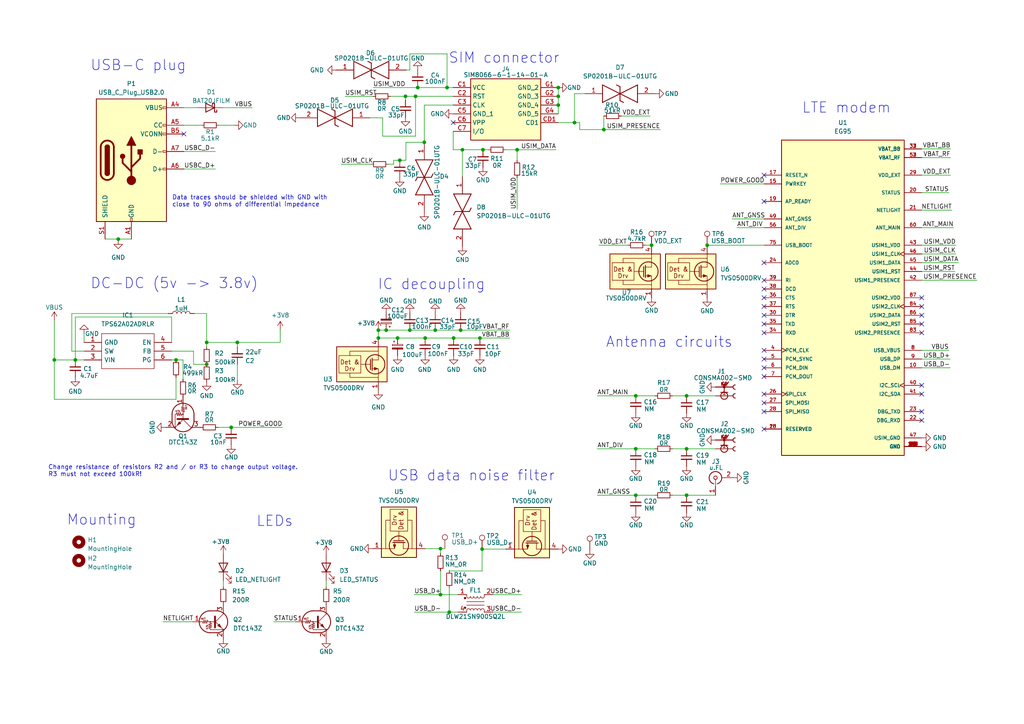
<source format=kicad_sch>
(kicad_sch (version 20230121) (generator eeschema)

  (uuid e7f5bf03-fb2c-47bf-a5e6-8bf502aef220)

  (paper "A4")

  (title_block
    (title "openCom LTE")
    (rev "v1.0")
    (company "Liberated Embedded Systems")
    (comment 1 "Licensed under Creative Commons Attribution 4.0.")
    (comment 4 "https://liberatedsystems.co.uk")
  )

  

  (junction (at 184.404 143.637) (diameter 0) (color 0 0 0 0)
    (uuid 042a0471-e21e-4cf9-a449-bbbe0b4e31dc)
  )
  (junction (at 115.316 98.044) (diameter 0) (color 0 0 0 0)
    (uuid 07a1419a-9ce9-47ac-9f25-5a877a03b148)
  )
  (junction (at 112.014 95.758) (diameter 0) (color 0 0 0 0)
    (uuid 0b842d3b-3af0-4445-85a2-8938feb3239b)
  )
  (junction (at 139.827 159.258) (diameter 0) (color 0 0 0 0)
    (uuid 108c85e9-c6c0-486e-acce-02cd06277409)
  )
  (junction (at 109.728 98.044) (diameter 0) (color 0 0 0 0)
    (uuid 249cd2e5-40dc-4d86-83f1-1d36bcff2155)
  )
  (junction (at 120.523 27.94) (diameter 0) (color 0 0 0 0)
    (uuid 2529567a-84d3-49c8-87a5-42b8116675b8)
  )
  (junction (at 184.404 114.808) (diameter 0) (color 0 0 0 0)
    (uuid 2d292abd-a196-4a57-8168-e345b85a43e2)
  )
  (junction (at 59.944 99.314) (diameter 0) (color 0 0 0 0)
    (uuid 36e8db00-b6e8-465b-982d-28a5692fc84a)
  )
  (junction (at 184.404 130.175) (diameter 0) (color 0 0 0 0)
    (uuid 4841ed9d-4f03-47af-a04b-128d42d47199)
  )
  (junction (at 139.192 98.044) (diameter 0) (color 0 0 0 0)
    (uuid 4a77998e-9110-499d-b99b-0ca8beb92ba4)
  )
  (junction (at 21.844 104.394) (diameter 0) (color 0 0 0 0)
    (uuid 4c802de5-a62c-45b9-8919-56239038f1d4)
  )
  (junction (at 199.136 143.637) (diameter 0) (color 0 0 0 0)
    (uuid 4c82af79-d55f-4314-9a7f-35f7aa12a6a9)
  )
  (junction (at 59.944 105.664) (diameter 0) (color 0 0 0 0)
    (uuid 5996a4f0-9688-4e1a-90b3-babd210fa8d6)
  )
  (junction (at 188.976 71.12) (diameter 0) (color 0 0 0 0)
    (uuid 60d57bd6-b749-4f42-adeb-f36d16ffdfee)
  )
  (junction (at 161.925 25.4) (diameter 0) (color 0 0 0 0)
    (uuid 63fd5dcc-6687-4160-921c-20661abc3383)
  )
  (junction (at 15.748 104.394) (diameter 0) (color 0 0 0 0)
    (uuid 662d7f32-fb97-41aa-ac93-f48fc05dc7a7)
  )
  (junction (at 205.105 71.12) (diameter 0) (color 0 0 0 0)
    (uuid 66b7964f-c33c-43e3-960c-f53593949cb9)
  )
  (junction (at 131.572 98.044) (diameter 0) (color 0 0 0 0)
    (uuid 6d2b738e-dbf5-438d-823f-18e2789a4004)
  )
  (junction (at 149.987 43.434) (diameter 0) (color 0 0 0 0)
    (uuid 73794637-c3fd-4e06-a39a-f6c4efd94b3f)
  )
  (junction (at 123.063 41.275) (diameter 0) (color 0 0 0 0)
    (uuid 7c6d2007-8ed4-40cd-994f-09a21b175e4b)
  )
  (junction (at 199.136 130.175) (diameter 0) (color 0 0 0 0)
    (uuid 8041df1e-37a6-4527-8ec0-8400a61212d2)
  )
  (junction (at 115.951 46.482) (diameter 0) (color 0 0 0 0)
    (uuid 864ceb9b-e94f-41ba-b473-5a5d74aff6eb)
  )
  (junction (at 129.667 25.4) (diameter 0) (color 0 0 0 0)
    (uuid 8db81e72-14da-47b3-b95b-67c09cba8521)
  )
  (junction (at 109.728 95.758) (diameter 0) (color 0 0 0 0)
    (uuid 93302bdb-0704-4e0b-a8dd-9dfb1a3b9997)
  )
  (junction (at 133.604 95.758) (diameter 0) (color 0 0 0 0)
    (uuid 97963e5a-c012-437b-b9b0-c938b05f9e9b)
  )
  (junction (at 130.302 177.546) (diameter 0) (color 0 0 0 0)
    (uuid 9fe07d3f-b8b9-4ea8-aa09-965827fcece6)
  )
  (junction (at 118.872 95.758) (diameter 0) (color 0 0 0 0)
    (uuid b31b2ab4-1e33-4ff8-886e-c52b892174a0)
  )
  (junction (at 67.056 123.952) (diameter 0) (color 0 0 0 0)
    (uuid bee434f5-12c1-456b-a694-5d6aa6d93d20)
  )
  (junction (at 117.602 27.94) (diameter 0) (color 0 0 0 0)
    (uuid c2b3d108-8989-4b48-a897-0c96e9da9706)
  )
  (junction (at 127.762 159.131) (diameter 0) (color 0 0 0 0)
    (uuid c440c282-25f7-4f68-9ee7-d7f6e1fb242c)
  )
  (junction (at 161.925 30.48) (diameter 0) (color 0 0 0 0)
    (uuid c65dd541-c849-42f0-96f1-56a83bcc53ca)
  )
  (junction (at 175.133 37.592) (diameter 0) (color 0 0 0 0)
    (uuid c9b36897-4a83-4a1d-87b4-a81671c4ab45)
  )
  (junction (at 166.624 35.56) (diameter 0) (color 0 0 0 0)
    (uuid caacda5c-24c3-47a6-ae17-42038d9b7750)
  )
  (junction (at 68.834 99.314) (diameter 0) (color 0 0 0 0)
    (uuid d030991e-27c8-47b5-bc06-e0a527017f6c)
  )
  (junction (at 123.317 98.044) (diameter 0) (color 0 0 0 0)
    (uuid d0b29793-5a1d-4bf2-84a7-4c2b8f0a55fb)
  )
  (junction (at 199.136 114.808) (diameter 0) (color 0 0 0 0)
    (uuid d1a2ea86-da3c-4b7e-b186-ecf50d0a39d6)
  )
  (junction (at 34.29 69.342) (diameter 0) (color 0 0 0 0)
    (uuid d7264a7e-d04f-4351-8b59-cabd586f5d0d)
  )
  (junction (at 161.925 27.94) (diameter 0) (color 0 0 0 0)
    (uuid d7ebf16c-c119-4a12-acdf-042f3c14b0d6)
  )
  (junction (at 126.238 95.758) (diameter 0) (color 0 0 0 0)
    (uuid d9741ebb-98cb-4867-9416-bb2325535329)
  )
  (junction (at 140.081 43.434) (diameter 0) (color 0 0 0 0)
    (uuid daa6e0f4-053f-4143-9153-188f93c9a287)
  )
  (junction (at 134.112 43.434) (diameter 0) (color 0 0 0 0)
    (uuid e1af9fcf-0533-4785-acc8-20915b91fbbb)
  )
  (junction (at 121.158 25.4) (diameter 0) (color 0 0 0 0)
    (uuid e30a2179-b596-4ce8-aea6-67b5b4a0837f)
  )
  (junction (at 127.762 172.466) (diameter 0) (color 0 0 0 0)
    (uuid e62ca165-381d-4aa2-a97b-d7b6bc254ee7)
  )
  (junction (at 51.054 104.394) (diameter 0) (color 0 0 0 0)
    (uuid f0e313f2-9291-4ca9-820b-64982e8a14cc)
  )

  (no_connect (at 221.615 119.38) (uuid 05a7c912-a068-4fca-9eab-8c05541865e2))
  (no_connect (at 221.615 91.44) (uuid 098ef58d-9c83-4e94-b159-9f6c0c821d15))
  (no_connect (at 131.445 35.56) (uuid 0bc5abec-39ee-4841-9105-7a9bc573923d))
  (no_connect (at 267.335 121.92) (uuid 27257eb7-e569-4fc4-8d74-cdeb620dbaa4))
  (no_connect (at 267.335 86.36) (uuid 29aa2da9-500d-467f-a954-b165ea662d36))
  (no_connect (at 267.335 114.3) (uuid 2fcb3cff-4db3-4d18-8ea8-334a3680b13d))
  (no_connect (at 221.615 88.9) (uuid 42df1992-7708-4c2e-a2b1-bfadafe60529))
  (no_connect (at 221.615 109.22) (uuid 4354e603-7f9d-4559-ab0d-405cf48cfae6))
  (no_connect (at 221.615 114.3) (uuid 4628dff3-05d9-4f8d-adc6-ccd39a555494))
  (no_connect (at 221.615 81.28) (uuid 49e24e25-ef0a-4535-8ddb-6091aecde71a))
  (no_connect (at 267.335 111.76) (uuid 55e0c271-5fbe-48bc-8951-877cc20fd028))
  (no_connect (at 221.615 86.36) (uuid 57884747-f80f-45b4-b376-3ed85b951751))
  (no_connect (at 267.335 91.44) (uuid 5d141732-3dc4-4823-9c61-56341c6489b5))
  (no_connect (at 221.615 76.2) (uuid 60677259-31a6-425c-a2e9-c6e042564e89))
  (no_connect (at 221.615 96.52) (uuid 7786db76-f36e-493d-bf14-08fb87b4cfb7))
  (no_connect (at 221.615 106.68) (uuid 789ebabe-93fb-484e-b50a-b5e32b445969))
  (no_connect (at 267.335 93.98) (uuid 7b8e352a-c575-43ca-9083-5e9fdf049e7a))
  (no_connect (at 221.615 101.6) (uuid 86d27db5-efbd-4595-ae69-49202e8d4e2d))
  (no_connect (at 221.615 124.46) (uuid 8f594ed6-21e7-4911-9df4-0bd43ca0d13f))
  (no_connect (at 221.615 104.14) (uuid 927688cb-4715-4226-8c85-a641f2de0f5f))
  (no_connect (at 267.335 119.38) (uuid 9946e06e-dc63-4715-a36c-037f8e374af2))
  (no_connect (at 267.335 88.9) (uuid a1f8cb88-3472-413a-8194-453d68bc142e))
  (no_connect (at 221.615 116.84) (uuid a3afcaf1-0d85-4bcb-b48c-beef9990449b))
  (no_connect (at 267.335 96.52) (uuid b0681478-bd21-4d84-844e-c81740b62703))
  (no_connect (at 221.615 50.8) (uuid c583c47f-49b7-4e4e-8008-493f5f8f0bbd))
  (no_connect (at 53.34 38.862) (uuid ca527f55-7bcf-4137-986c-55b6fde926ea))
  (no_connect (at 221.615 58.42) (uuid ceef2b62-30a9-4d16-ba8c-ea2ac879facf))
  (no_connect (at 221.615 83.82) (uuid e4045863-b097-4b22-b139-d020dbbc7d14))
  (no_connect (at 221.615 93.98) (uuid fef6a212-7061-4d20-842f-cc8186980657))

  (wire (pts (xy 117.729 41.275) (xy 117.729 46.482))
    (stroke (width 0) (type default))
    (uuid 016f9433-d5db-4039-b5ea-a91473d92ffe)
  )
  (wire (pts (xy 129.667 25.4) (xy 131.445 25.4))
    (stroke (width 0) (type default))
    (uuid 05afb178-1339-4f71-89d9-4888a02271d2)
  )
  (wire (pts (xy 100.076 27.94) (xy 108.204 27.94))
    (stroke (width 0) (type default))
    (uuid 083ba46c-0800-4d6e-a55a-8dae79770711)
  )
  (wire (pts (xy 123.317 159.131) (xy 127.762 159.131))
    (stroke (width 0) (type default))
    (uuid 0944d581-d69f-49a3-952b-b6550cae692b)
  )
  (wire (pts (xy 51.054 115.824) (xy 51.054 109.474))
    (stroke (width 0) (type default))
    (uuid 0973be5f-16c4-428c-80bb-8a3f2719cde1)
  )
  (wire (pts (xy 267.335 60.96) (xy 276.098 60.96))
    (stroke (width 0) (type default))
    (uuid 0a348e73-c020-462c-9ac1-aabea15c7af0)
  )
  (wire (pts (xy 120.142 172.466) (xy 127.762 172.466))
    (stroke (width 0) (type default))
    (uuid 0c39fce4-7ac0-4c9b-b343-4ba89b333cc5)
  )
  (wire (pts (xy 117.602 27.94) (xy 120.523 27.94))
    (stroke (width 0) (type default))
    (uuid 0c95fc4e-c26c-4751-b58b-6c4db65bac84)
  )
  (wire (pts (xy 267.335 73.66) (xy 277.241 73.66))
    (stroke (width 0) (type default))
    (uuid 10de3af6-802d-407b-9ace-a22f29da2b90)
  )
  (wire (pts (xy 68.834 99.314) (xy 81.28 99.314))
    (stroke (width 0) (type default))
    (uuid 11e96df8-6433-4721-997d-51e78b40e084)
  )
  (wire (pts (xy 98.933 47.625) (xy 107.569 47.625))
    (stroke (width 0) (type default))
    (uuid 14cb3f38-b25b-4d49-9a82-20df3506f421)
  )
  (wire (pts (xy 267.335 71.12) (xy 277.241 71.12))
    (stroke (width 0) (type default))
    (uuid 162d0b0c-49ac-4d83-936b-9aca5609cfdb)
  )
  (wire (pts (xy 118.872 95.758) (xy 126.238 95.758))
    (stroke (width 0) (type default))
    (uuid 19ee1a99-d2ea-401c-84c4-cb06e3ae7eba)
  )
  (wire (pts (xy 143.002 177.546) (xy 151.257 177.546))
    (stroke (width 0) (type default))
    (uuid 1c592a51-5af1-46f2-abdd-0978cea01987)
  )
  (wire (pts (xy 121.158 25.4) (xy 129.667 25.4))
    (stroke (width 0) (type default))
    (uuid 1fc85ee7-aece-46c0-a6b2-fec00e70aaf4)
  )
  (wire (pts (xy 199.136 114.808) (xy 207.518 114.808))
    (stroke (width 0) (type default))
    (uuid 20a09c66-954d-4dd9-bd94-eeef7aa4cbc9)
  )
  (wire (pts (xy 117.729 46.482) (xy 115.951 46.482))
    (stroke (width 0) (type default))
    (uuid 2223f823-ae7b-4e64-9638-dd44f3ba7622)
  )
  (wire (pts (xy 109.728 95.758) (xy 109.728 98.044))
    (stroke (width 0) (type default))
    (uuid 22482def-4517-4495-83f1-d60986f2b75f)
  )
  (wire (pts (xy 118.872 20.32) (xy 118.872 15.621))
    (stroke (width 0) (type default))
    (uuid 23820c3f-b217-45eb-ae9d-9ae6f49d0daa)
  )
  (wire (pts (xy 267.335 106.68) (xy 275.59 106.68))
    (stroke (width 0) (type default))
    (uuid 243e78eb-4256-43f6-a9f6-1996d251b01c)
  )
  (wire (pts (xy 24.384 101.854) (xy 20.828 101.854))
    (stroke (width 0) (type default))
    (uuid 25407507-ec15-4371-9996-a427893dcc24)
  )
  (wire (pts (xy 94.615 168.402) (xy 94.615 170.18))
    (stroke (width 0) (type default))
    (uuid 2a013bdb-46f0-4026-b4a1-c7d4eece15e3)
  )
  (wire (pts (xy 149.987 43.434) (xy 161.29 43.434))
    (stroke (width 0) (type default))
    (uuid 2a607466-5717-4fb6-a830-126715f5e057)
  )
  (wire (pts (xy 51.054 104.394) (xy 53.086 104.394))
    (stroke (width 0) (type default))
    (uuid 2c2e8857-e68d-4f83-a96e-e8a66d9e0b5e)
  )
  (wire (pts (xy 180.213 33.655) (xy 188.595 33.655))
    (stroke (width 0) (type default))
    (uuid 353a6e00-5517-4f48-bd92-0d7fe73c5552)
  )
  (wire (pts (xy 79.375 180.34) (xy 85.725 180.34))
    (stroke (width 0) (type default))
    (uuid 3a6b28c1-e471-48e7-9a80-d4b2d11b4b99)
  )
  (wire (pts (xy 267.335 45.72) (xy 275.717 45.72))
    (stroke (width 0) (type default))
    (uuid 3e34253e-ed9f-4fe8-8990-8023a4d7cc72)
  )
  (wire (pts (xy 139.192 98.044) (xy 131.572 98.044))
    (stroke (width 0) (type default))
    (uuid 3f59b73a-0baf-4264-9660-c05b4d8e826b)
  )
  (wire (pts (xy 59.944 90.932) (xy 59.944 99.314))
    (stroke (width 0) (type default))
    (uuid 431ae31f-38f4-44ba-9ee0-0d826b9ce84a)
  )
  (wire (pts (xy 113.284 27.94) (xy 117.602 27.94))
    (stroke (width 0) (type default))
    (uuid 443083fb-9da6-4106-85d7-406828d7e959)
  )
  (wire (pts (xy 63.5 36.322) (xy 67.945 36.322))
    (stroke (width 0) (type default))
    (uuid 46b7ef96-a908-44cf-8882-4e19177eaf3c)
  )
  (wire (pts (xy 212.344 63.5) (xy 221.615 63.5))
    (stroke (width 0) (type default))
    (uuid 488ffbfd-21d2-45be-9907-17ab725bda98)
  )
  (wire (pts (xy 208.915 53.34) (xy 221.615 53.34))
    (stroke (width 0) (type default))
    (uuid 49e50ead-6672-4512-a6d0-8fa6c66d33e0)
  )
  (wire (pts (xy 126.238 95.758) (xy 133.604 95.758))
    (stroke (width 0) (type default))
    (uuid 4a6cad79-8d2b-40c0-b318-6b74fb99cdf0)
  )
  (wire (pts (xy 139.827 159.258) (xy 146.685 159.258))
    (stroke (width 0) (type default))
    (uuid 4b33db9c-e5dc-4bf7-aa53-cc9580572d4a)
  )
  (wire (pts (xy 110.998 34.163) (xy 110.998 39.497))
    (stroke (width 0) (type default))
    (uuid 4dcee664-3298-440f-aaac-63d7b9543b1c)
  )
  (wire (pts (xy 53.086 104.394) (xy 53.086 109.982))
    (stroke (width 0) (type default))
    (uuid 5111b0eb-3dfb-4f4f-bdd7-8f4b2ab7f8f3)
  )
  (wire (pts (xy 130.429 165.608) (xy 130.302 165.481))
    (stroke (width 0) (type default))
    (uuid 517ee6da-a164-4ceb-ad99-ace8a44a2c2e)
  )
  (wire (pts (xy 161.925 30.48) (xy 161.925 33.02))
    (stroke (width 0) (type default))
    (uuid 59bb1541-60fb-4903-b993-d87a3d5f43b2)
  )
  (wire (pts (xy 112.649 47.625) (xy 114.173 47.625))
    (stroke (width 0) (type default))
    (uuid 5ce1f302-565c-47f7-82a4-cc520c135052)
  )
  (wire (pts (xy 168.148 35.56) (xy 168.148 37.592))
    (stroke (width 0) (type default))
    (uuid 5dc645e5-a0e3-434b-a794-7d43df0b5995)
  )
  (wire (pts (xy 267.335 104.14) (xy 275.59 104.14))
    (stroke (width 0) (type default))
    (uuid 5f56a5f8-c8ef-436a-a3f0-d1d3e32e4f4c)
  )
  (wire (pts (xy 267.335 55.88) (xy 275.209 55.88))
    (stroke (width 0) (type default))
    (uuid 61e256b2-85cc-40e0-8b74-8f54c233587e)
  )
  (wire (pts (xy 123.063 41.275) (xy 123.063 30.48))
    (stroke (width 0) (type default))
    (uuid 642dd2ae-54c5-49d5-bda7-51e932d2b6ce)
  )
  (wire (pts (xy 127.762 159.131) (xy 127.762 160.528))
    (stroke (width 0) (type default))
    (uuid 69586c84-85a3-46c7-b29d-38c383017786)
  )
  (wire (pts (xy 173.736 71.12) (xy 182.118 71.12))
    (stroke (width 0) (type default))
    (uuid 6a39f7ff-db20-44af-aeb9-e043a484f58f)
  )
  (wire (pts (xy 161.925 25.4) (xy 161.925 27.94))
    (stroke (width 0) (type default))
    (uuid 6bf7f607-846c-4a60-a647-543092991339)
  )
  (wire (pts (xy 67.056 123.952) (xy 81.915 123.952))
    (stroke (width 0) (type default))
    (uuid 70d714fa-7732-40e3-b2bc-9d501918fb34)
  )
  (wire (pts (xy 117.856 20.32) (xy 118.872 20.32))
    (stroke (width 0) (type default))
    (uuid 730a212c-4e21-4df4-a2ee-05ace01c2ff0)
  )
  (wire (pts (xy 267.335 76.2) (xy 278.003 76.2))
    (stroke (width 0) (type default))
    (uuid 7434c959-9658-4640-a403-c457ba7c5565)
  )
  (wire (pts (xy 184.404 114.808) (xy 189.992 114.808))
    (stroke (width 0) (type default))
    (uuid 7453db2a-5a22-4140-8907-6b6eedfe0eca)
  )
  (wire (pts (xy 267.335 81.28) (xy 283.337 81.28))
    (stroke (width 0) (type default))
    (uuid 7469e3ef-de30-4a7c-8e2f-ae590b37a9eb)
  )
  (wire (pts (xy 120.523 39.497) (xy 120.523 27.94))
    (stroke (width 0) (type default))
    (uuid 749c375c-a56e-4255-86e2-84a29b9a88dc)
  )
  (wire (pts (xy 161.925 27.94) (xy 161.925 30.48))
    (stroke (width 0) (type default))
    (uuid 77c51452-5a04-4a74-b638-87ed6ecbf76a)
  )
  (wire (pts (xy 110.998 39.497) (xy 120.523 39.497))
    (stroke (width 0) (type default))
    (uuid 79947cfc-4f35-45fe-a61e-2158073d0b2a)
  )
  (wire (pts (xy 184.404 143.637) (xy 189.992 143.637))
    (stroke (width 0) (type default))
    (uuid 7ac0a14f-02e1-47f3-86bd-75e714f2ea5b)
  )
  (wire (pts (xy 15.748 115.824) (xy 51.054 115.824))
    (stroke (width 0) (type default))
    (uuid 7b12b8f1-d5fe-4bbc-957e-d788af2f6372)
  )
  (wire (pts (xy 187.198 71.12) (xy 188.976 71.12))
    (stroke (width 0) (type default))
    (uuid 7bf717b2-c3b6-47b7-9e88-abb5a8177a31)
  )
  (wire (pts (xy 118.872 15.621) (xy 129.667 15.621))
    (stroke (width 0) (type default))
    (uuid 7ca38f84-5102-466d-b60c-defafd4e6502)
  )
  (wire (pts (xy 59.944 99.314) (xy 59.944 100.584))
    (stroke (width 0) (type default))
    (uuid 7ddb8de7-33df-45ae-b77b-70ed734db02c)
  )
  (wire (pts (xy 49.784 99.314) (xy 49.784 91.948))
    (stroke (width 0) (type default))
    (uuid 81ee1c7f-233e-4145-93d8-3f21808a95ff)
  )
  (wire (pts (xy 173.228 130.175) (xy 184.404 130.175))
    (stroke (width 0) (type default))
    (uuid 8269d304-bcfc-45e5-8254-d29b03033700)
  )
  (wire (pts (xy 149.987 43.434) (xy 149.987 46.482))
    (stroke (width 0) (type default))
    (uuid 869af4db-25ce-40f7-bf30-08de7030b9fe)
  )
  (wire (pts (xy 120.523 27.94) (xy 131.445 27.94))
    (stroke (width 0) (type default))
    (uuid 87e5c70f-d862-4133-80a2-7bf4dd8d55e6)
  )
  (wire (pts (xy 131.445 38.1) (xy 131.445 43.434))
    (stroke (width 0) (type default))
    (uuid 89efccfe-301a-455b-b2a9-c0bfb145d6b2)
  )
  (wire (pts (xy 134.112 43.434) (xy 140.081 43.434))
    (stroke (width 0) (type default))
    (uuid 8a67079c-75bd-475e-a44a-503761be5086)
  )
  (wire (pts (xy 49.784 91.948) (xy 21.844 91.948))
    (stroke (width 0) (type default))
    (uuid 8abe6bd7-9394-4908-a584-f259df544660)
  )
  (wire (pts (xy 130.429 165.608) (xy 139.827 165.608))
    (stroke (width 0) (type default))
    (uuid 8af824bd-fa75-4123-a1c9-9823718d7b8c)
  )
  (wire (pts (xy 195.072 114.808) (xy 199.136 114.808))
    (stroke (width 0) (type default))
    (uuid 8bc21f00-b4cf-4f13-9b03-eaba4a11badd)
  )
  (wire (pts (xy 117.729 41.275) (xy 123.063 41.275))
    (stroke (width 0) (type default))
    (uuid 8c4ee04a-5192-4bd2-981c-97cdb21ad311)
  )
  (wire (pts (xy 195.072 130.175) (xy 199.136 130.175))
    (stroke (width 0) (type default))
    (uuid 8c87ac72-8740-4284-91c0-7657a93d89b6)
  )
  (wire (pts (xy 55.88 180.34) (xy 47.244 180.34))
    (stroke (width 0) (type default))
    (uuid 8d95d9c9-36f6-48d9-b910-9248607a7ecb)
  )
  (wire (pts (xy 114.173 46.482) (xy 115.951 46.482))
    (stroke (width 0) (type default))
    (uuid 8f1b4e4f-4dba-4570-9dc5-d3bb139b4be5)
  )
  (wire (pts (xy 133.604 95.758) (xy 147.828 95.758))
    (stroke (width 0) (type default))
    (uuid 903839d1-5324-4e01-839b-2c39e7cc4f3d)
  )
  (wire (pts (xy 81.28 99.314) (xy 81.28 95.758))
    (stroke (width 0) (type default))
    (uuid 94149bb3-0230-4cc9-8a06-7f18e1ea6f1f)
  )
  (wire (pts (xy 107.315 34.163) (xy 110.998 34.163))
    (stroke (width 0) (type default))
    (uuid 94717fd4-ccb5-41b0-bbf4-e243e57f152b)
  )
  (wire (pts (xy 15.748 92.964) (xy 15.748 104.394))
    (stroke (width 0) (type default))
    (uuid 94f0d30d-a571-4c0b-ac5b-bf15c65e9ef3)
  )
  (wire (pts (xy 30.48 69.342) (xy 34.29 69.342))
    (stroke (width 0) (type default))
    (uuid 95bd61a9-339a-4be0-8506-6d8d40bf65df)
  )
  (wire (pts (xy 199.136 143.637) (xy 207.518 143.637))
    (stroke (width 0) (type default))
    (uuid 96c95263-bd70-4ad3-b037-c094a8e797c0)
  )
  (wire (pts (xy 131.572 98.044) (xy 123.317 98.044))
    (stroke (width 0) (type default))
    (uuid 9906097b-0b66-4650-97df-a7952c2b2d2e)
  )
  (wire (pts (xy 134.112 51.181) (xy 134.112 43.434))
    (stroke (width 0) (type default))
    (uuid 9a665be5-951b-4f27-93cc-f3bb68994e28)
  )
  (wire (pts (xy 112.014 95.758) (xy 118.872 95.758))
    (stroke (width 0) (type default))
    (uuid 9df57fc1-d46a-4bbd-afbc-39e7660a28e2)
  )
  (wire (pts (xy 59.944 99.314) (xy 68.834 99.314))
    (stroke (width 0) (type default))
    (uuid a194d0d5-eb6c-41af-98cc-0e2e067ed087)
  )
  (wire (pts (xy 168.148 37.592) (xy 175.133 37.592))
    (stroke (width 0) (type default))
    (uuid a5b615b6-1f39-4e25-a0eb-30cbf100465d)
  )
  (wire (pts (xy 53.34 43.942) (xy 62.484 43.942))
    (stroke (width 0) (type default))
    (uuid a6318b8d-ec38-48b8-bfb6-951335499080)
  )
  (wire (pts (xy 64.77 168.402) (xy 64.77 170.18))
    (stroke (width 0) (type default))
    (uuid aa2b0504-5aa9-4cad-927f-6b4895cd62fd)
  )
  (wire (pts (xy 166.624 27.178) (xy 169.672 27.178))
    (stroke (width 0) (type default))
    (uuid abd1faee-af51-4a43-a48f-29e0dbc707bb)
  )
  (wire (pts (xy 184.404 130.175) (xy 189.992 130.175))
    (stroke (width 0) (type default))
    (uuid abfcc4a9-db87-45ad-a66b-d96507da79ed)
  )
  (wire (pts (xy 149.987 51.562) (xy 149.987 60.706))
    (stroke (width 0) (type default))
    (uuid af10e562-0025-46f3-842a-e6b6ef311b24)
  )
  (wire (pts (xy 267.335 50.8) (xy 275.717 50.8))
    (stroke (width 0) (type default))
    (uuid b1bdc5eb-6651-4815-9f0f-c4d8de4847e4)
  )
  (wire (pts (xy 129.667 15.621) (xy 129.667 25.4))
    (stroke (width 0) (type default))
    (uuid b2d41148-2a60-424d-ab1e-3998594d6e1d)
  )
  (wire (pts (xy 175.133 37.592) (xy 191.516 37.592))
    (stroke (width 0) (type default))
    (uuid b30fc6d0-4a3f-4e54-9b03-75164ef6f3fb)
  )
  (wire (pts (xy 109.728 98.044) (xy 115.316 98.044))
    (stroke (width 0) (type default))
    (uuid b3300f2a-e355-483f-bb98-90208c8708c9)
  )
  (wire (pts (xy 68.834 99.314) (xy 68.834 100.584))
    (stroke (width 0) (type default))
    (uuid b59fc002-ff13-4eee-8a50-d839fe20c77b)
  )
  (wire (pts (xy 115.316 98.044) (xy 123.317 98.044))
    (stroke (width 0) (type default))
    (uuid b7b102c0-1b28-4056-93ed-231d765d6811)
  )
  (wire (pts (xy 173.228 114.808) (xy 184.404 114.808))
    (stroke (width 0) (type default))
    (uuid b829540a-d0b4-49ca-adbf-0f57eb079808)
  )
  (wire (pts (xy 175.133 33.655) (xy 175.133 37.592))
    (stroke (width 0) (type default))
    (uuid ba8ad741-ec74-4c8d-a0c9-98059acee5c3)
  )
  (wire (pts (xy 143.002 172.466) (xy 151.257 172.466))
    (stroke (width 0) (type default))
    (uuid baeee0a3-3b3e-4ce1-900c-14dff80fbada)
  )
  (wire (pts (xy 120.142 177.546) (xy 130.302 177.546))
    (stroke (width 0) (type default))
    (uuid bcb70764-9a79-4f7b-aa37-80ac97e980b5)
  )
  (wire (pts (xy 139.827 165.608) (xy 139.827 159.258))
    (stroke (width 0) (type default))
    (uuid bd7f77e6-8804-49a6-b7c9-5dec3b47d8fe)
  )
  (wire (pts (xy 34.29 69.342) (xy 34.29 69.596))
    (stroke (width 0) (type default))
    (uuid c1a67dc8-214e-462b-8621-7c935f79ad57)
  )
  (wire (pts (xy 267.335 101.6) (xy 275.209 101.6))
    (stroke (width 0) (type default))
    (uuid c6dfef69-c3ee-4c2e-b4c3-d206b67db366)
  )
  (wire (pts (xy 161.925 35.56) (xy 166.624 35.56))
    (stroke (width 0) (type default))
    (uuid c8f56b9c-ce0d-4e9f-a468-8bcd24cd8697)
  )
  (wire (pts (xy 127.762 159.131) (xy 129.032 159.131))
    (stroke (width 0) (type default))
    (uuid c9a56d29-537e-4c03-915d-bdade0dcdda9)
  )
  (wire (pts (xy 15.748 115.824) (xy 15.748 104.394))
    (stroke (width 0) (type default))
    (uuid cc0711b2-5351-4792-a69e-1d113d404b82)
  )
  (wire (pts (xy 64.77 31.242) (xy 73.152 31.242))
    (stroke (width 0) (type default))
    (uuid cc710d27-2717-4e95-b25b-85dd19deed59)
  )
  (wire (pts (xy 109.728 95.758) (xy 112.014 95.758))
    (stroke (width 0) (type default))
    (uuid cf1726fb-7e50-4838-8ce3-8a2069d77f9a)
  )
  (wire (pts (xy 139.192 98.044) (xy 147.828 98.044))
    (stroke (width 0) (type default))
    (uuid d020a520-a626-42f1-b92d-ed0acced7c64)
  )
  (wire (pts (xy 213.741 66.04) (xy 221.615 66.04))
    (stroke (width 0) (type default))
    (uuid d04ed176-2caf-490e-a330-8091df4c2d36)
  )
  (wire (pts (xy 49.784 104.394) (xy 51.054 104.394))
    (stroke (width 0) (type default))
    (uuid d1159933-963d-4653-b331-3bca57df1d8f)
  )
  (wire (pts (xy 56.134 101.854) (xy 56.134 105.664))
    (stroke (width 0) (type default))
    (uuid d11e1087-9947-49fc-86cb-1e3c88e786be)
  )
  (wire (pts (xy 123.063 30.48) (xy 131.445 30.48))
    (stroke (width 0) (type default))
    (uuid d2807613-1174-4625-a921-b474f498efed)
  )
  (wire (pts (xy 195.072 143.637) (xy 199.136 143.637))
    (stroke (width 0) (type default))
    (uuid d4dd32c3-edae-423c-a419-934d2b00cbef)
  )
  (wire (pts (xy 24.384 96.774) (xy 24.384 99.314))
    (stroke (width 0) (type default))
    (uuid d6fb14cd-da59-434a-a47f-6f9fe6c9ace9)
  )
  (wire (pts (xy 20.828 90.932) (xy 48.768 90.932))
    (stroke (width 0) (type default))
    (uuid d8ee074e-957f-4f2d-b164-756491ef692e)
  )
  (wire (pts (xy 130.302 177.546) (xy 132.842 177.546))
    (stroke (width 0) (type default))
    (uuid dafb6178-625b-40b9-8e35-323b2c6deaa7)
  )
  (wire (pts (xy 57.15 31.242) (xy 53.34 31.242))
    (stroke (width 0) (type default))
    (uuid dd890e69-1511-47b3-b73a-067cbc02dc6e)
  )
  (wire (pts (xy 15.748 104.394) (xy 21.844 104.394))
    (stroke (width 0) (type default))
    (uuid dd90930c-f552-46ac-b1f7-48d1ddb596d4)
  )
  (wire (pts (xy 130.302 170.561) (xy 130.302 177.546))
    (stroke (width 0) (type default))
    (uuid ddbafd75-5887-4eea-a2e7-5edc883a2ba2)
  )
  (wire (pts (xy 68.834 110.236) (xy 68.834 105.664))
    (stroke (width 0) (type default))
    (uuid de1f462f-42da-4e21-bb8a-51b75a28b7e2)
  )
  (wire (pts (xy 267.335 78.74) (xy 276.987 78.74))
    (stroke (width 0) (type default))
    (uuid de8bd120-989f-4c37-bcdc-ed048eed7b63)
  )
  (wire (pts (xy 53.34 49.022) (xy 62.484 49.022))
    (stroke (width 0) (type default))
    (uuid e264048e-cb40-46b2-b945-9d40fc798766)
  )
  (wire (pts (xy 21.844 91.948) (xy 21.844 104.394))
    (stroke (width 0) (type default))
    (uuid e2f3bd7c-4bfd-4a98-b07a-02934ca43525)
  )
  (wire (pts (xy 199.136 130.175) (xy 207.518 130.175))
    (stroke (width 0) (type default))
    (uuid e61b547d-31b0-418c-9839-c878bcd08d27)
  )
  (wire (pts (xy 34.29 69.342) (xy 38.1 69.342))
    (stroke (width 0) (type default))
    (uuid e8390b11-4fd0-4df4-a135-2e8b04d347c7)
  )
  (wire (pts (xy 166.624 35.56) (xy 168.148 35.56))
    (stroke (width 0) (type default))
    (uuid ea13530d-9a16-40e0-b120-068c3f1eb6fe)
  )
  (wire (pts (xy 127.762 172.466) (xy 132.842 172.466))
    (stroke (width 0) (type default))
    (uuid ed0e5eea-43c0-4d75-92ac-f8809c54c3c1)
  )
  (wire (pts (xy 127.762 165.608) (xy 127.762 172.466))
    (stroke (width 0) (type default))
    (uuid ed69a4d1-ef95-492f-9c0e-9984a0bafde2)
  )
  (wire (pts (xy 114.173 47.625) (xy 114.173 46.482))
    (stroke (width 0) (type default))
    (uuid edd7268d-f79b-44f5-9a08-966e59a430dc)
  )
  (wire (pts (xy 53.34 36.322) (xy 58.42 36.322))
    (stroke (width 0) (type default))
    (uuid ef0cb1c2-8f79-4365-bd54-164624d7e504)
  )
  (wire (pts (xy 173.228 143.637) (xy 184.404 143.637))
    (stroke (width 0) (type default))
    (uuid f11e621e-cc31-4be0-a142-98b4e2259320)
  )
  (wire (pts (xy 49.784 101.854) (xy 56.134 101.854))
    (stroke (width 0) (type default))
    (uuid f18e4bff-b172-40f4-88e4-3f0fa4403ce7)
  )
  (wire (pts (xy 117.602 28.956) (xy 117.602 27.94))
    (stroke (width 0) (type default))
    (uuid f20f93f6-8327-4fb3-aaaa-a982e469faf1)
  )
  (wire (pts (xy 140.081 43.434) (xy 141.605 43.434))
    (stroke (width 0) (type default))
    (uuid f2a1f47f-8604-4c84-a40f-d62ff5676128)
  )
  (wire (pts (xy 267.335 43.18) (xy 275.717 43.18))
    (stroke (width 0) (type default))
    (uuid f4110a8e-de93-4e3a-b729-09eefddfba3d)
  )
  (wire (pts (xy 131.445 43.434) (xy 134.112 43.434))
    (stroke (width 0) (type default))
    (uuid f5983d70-1b21-4eb4-bc99-4f20f08366ae)
  )
  (wire (pts (xy 20.828 101.854) (xy 20.828 90.932))
    (stroke (width 0) (type default))
    (uuid f7356388-ca20-456f-a3df-69eafbcfba76)
  )
  (wire (pts (xy 166.624 27.178) (xy 166.624 35.56))
    (stroke (width 0) (type default))
    (uuid f75ebdeb-10a0-4049-a0f7-8900b3f405dc)
  )
  (wire (pts (xy 205.105 71.12) (xy 221.615 71.12))
    (stroke (width 0) (type default))
    (uuid f7f0ef1f-9efc-4016-80af-90844a041c4c)
  )
  (wire (pts (xy 63.246 123.952) (xy 67.056 123.952))
    (stroke (width 0) (type default))
    (uuid f894d116-77b4-4179-a80f-bff88b98bceb)
  )
  (wire (pts (xy 56.388 90.932) (xy 59.944 90.932))
    (stroke (width 0) (type default))
    (uuid fa5a06ba-69c9-4b7c-b204-56951d9ec9b0)
  )
  (wire (pts (xy 56.134 105.664) (xy 59.944 105.664))
    (stroke (width 0) (type default))
    (uuid fbb43638-f890-42a3-b07f-9b3cf691441e)
  )
  (wire (pts (xy 267.335 66.04) (xy 276.606 66.04))
    (stroke (width 0) (type default))
    (uuid fc31d884-aeca-4d8b-89f8-b346ad6f0168)
  )
  (wire (pts (xy 108.204 25.4) (xy 121.158 25.4))
    (stroke (width 0) (type default))
    (uuid fc863460-fe99-4abe-910f-ca8d0244f3df)
  )
  (wire (pts (xy 21.844 104.394) (xy 24.384 104.394))
    (stroke (width 0) (type default))
    (uuid fc8ef826-074d-49e9-a04e-0c35157a0f7b)
  )
  (wire (pts (xy 146.685 43.434) (xy 149.987 43.434))
    (stroke (width 0) (type default))
    (uuid fcd0f360-7287-4a8a-8067-c35111f2073d)
  )

  (text "LTE modem" (at 232.537 33.147 0)
    (effects (font (size 3 3)) (justify left bottom))
    (uuid 10856622-133d-4f7d-ac35-6cb885ce6185)
  )
  (text "SIM connector\n" (at 130.048 18.669 0)
    (effects (font (size 3 3)) (justify left bottom))
    (uuid 1f615cda-97b1-45ca-ac6b-01760d1a071c)
  )
  (text "LEDs" (at 74.295 153.035 0)
    (effects (font (size 3 3)) (justify left bottom))
    (uuid 5d1a16d1-daca-4fb8-9202-13f8ac655b04)
  )
  (text "USB-C plug" (at 26.162 20.828 0)
    (effects (font (size 3 3)) (justify left bottom))
    (uuid 997112e9-0d1c-4112-a4bc-f4e3764a24d5)
  )
  (text "IC decoupling\n" (at 109.474 84.328 0)
    (effects (font (size 3 3)) (justify left bottom))
    (uuid a6e487ce-2225-4f7e-ba17-13d3782fca51)
  )
  (text "Mounting\n" (at 19.304 152.654 0)
    (effects (font (size 3 3)) (justify left bottom))
    (uuid ca3cbb62-a0f7-4285-a4b7-af23b86dbe37)
  )
  (text "DC-DC (5v -> 3.8v)\n" (at 26.162 84.074 0)
    (effects (font (size 3 3)) (justify left bottom))
    (uuid d3b1a4ad-ac5d-4167-af11-de6f37be6fef)
  )
  (text "USB data noise filter" (at 112.395 139.827 0)
    (effects (font (size 3 3)) (justify left bottom))
    (uuid d3ed1f5b-761c-4e84-a5fb-d339d36018b8)
  )
  (text "Antenna circuits\n" (at 175.641 101.092 0)
    (effects (font (size 3 3)) (justify left bottom))
    (uuid d89f996c-ad5d-413a-96e1-7d792b283d85)
  )
  (text "Change resistance of resistors R2 and / or R3 to change output voltage.\nR3 must not exceed 100kR!\n"
    (at 13.97 138.43 0)
    (effects (font (size 1.27 1.27)) (justify left bottom))
    (uuid e64b5d2e-4c66-4328-a131-4a92aea4aeaf)
  )
  (text "Data traces should be shielded with GND with \nclose to 90 ohms of differential impedance"
    (at 49.911 60.198 0)
    (effects (font (size 1.27 1.27)) (justify left bottom))
    (uuid fa68311b-06f8-4187-b961-a9dc9acdbc66)
  )

  (label "USIM_VDD" (at 277.241 71.12 180) (fields_autoplaced)
    (effects (font (size 1.27 1.27)) (justify right bottom))
    (uuid 030fdd0e-42a9-4f5f-9d8a-a97afaca32e0)
  )
  (label "USBC_D-" (at 151.257 177.546 180) (fields_autoplaced)
    (effects (font (size 1.27 1.27)) (justify right bottom))
    (uuid 1c1f57fb-0304-4f5c-8ca3-a9352c2c96b9)
  )
  (label "ANT_GNSS" (at 212.344 63.5 0) (fields_autoplaced)
    (effects (font (size 1.27 1.27)) (justify left bottom))
    (uuid 1cab7889-027e-4a4b-92dd-e294b9188f4d)
  )
  (label "USIM_PRESENCE" (at 191.516 37.592 180) (fields_autoplaced)
    (effects (font (size 1.27 1.27)) (justify right bottom))
    (uuid 255f5bb5-a06f-455f-8359-09a5c5c99003)
  )
  (label "VBAT_RF" (at 147.828 95.758 180) (fields_autoplaced)
    (effects (font (size 1.27 1.27)) (justify right bottom))
    (uuid 29471ccc-e479-4ee0-be47-0a0b7085be20)
  )
  (label "USIM_CLK" (at 98.933 47.625 0) (fields_autoplaced)
    (effects (font (size 1.27 1.27)) (justify left bottom))
    (uuid 29daebfb-8de7-487b-83f6-acf17a235add)
  )
  (label "USB_D+" (at 275.59 104.14 180) (fields_autoplaced)
    (effects (font (size 1.27 1.27)) (justify right bottom))
    (uuid 2a3d94f1-8f38-4608-bc2a-9c7156e94a12)
  )
  (label "VBAT_BB" (at 147.828 98.044 180) (fields_autoplaced)
    (effects (font (size 1.27 1.27)) (justify right bottom))
    (uuid 341f62f5-589d-4734-8c10-bf214a9839d8)
  )
  (label "USIM_VDD" (at 149.987 60.706 90) (fields_autoplaced)
    (effects (font (size 1.27 1.27)) (justify left bottom))
    (uuid 4079dc95-5935-4f1d-9d1d-673cd8f80ca0)
  )
  (label "USB_D+" (at 120.142 172.466 0) (fields_autoplaced)
    (effects (font (size 1.27 1.27)) (justify left bottom))
    (uuid 44ff37be-8cbb-4422-b946-d0fab880891e)
  )
  (label "STATUS" (at 79.375 180.34 0) (fields_autoplaced)
    (effects (font (size 1.27 1.27)) (justify left bottom))
    (uuid 4a8a4651-c1be-49a7-90aa-5658cbb81ad4)
  )
  (label "VBAT_RF" (at 275.717 45.72 180) (fields_autoplaced)
    (effects (font (size 1.27 1.27)) (justify right bottom))
    (uuid 4d02e272-0362-4a3f-835a-71812e889c68)
  )
  (label "ANT_DIV" (at 173.228 130.175 0) (fields_autoplaced)
    (effects (font (size 1.27 1.27)) (justify left bottom))
    (uuid 59ec6daf-4f41-4eae-ad10-48af835cfb7a)
  )
  (label "ANT_DIV" (at 213.741 66.04 0) (fields_autoplaced)
    (effects (font (size 1.27 1.27)) (justify left bottom))
    (uuid 59f9c11e-faa0-4ecc-b792-b12652ba0b50)
  )
  (label "ANT_MAIN" (at 173.228 114.808 0) (fields_autoplaced)
    (effects (font (size 1.27 1.27)) (justify left bottom))
    (uuid 633c562a-e625-49be-b7c8-5a71d1731479)
  )
  (label "USB_D-" (at 275.59 106.68 180) (fields_autoplaced)
    (effects (font (size 1.27 1.27)) (justify right bottom))
    (uuid 6a42a279-6594-4617-92c7-bb273fe60f35)
  )
  (label "POWER_GOOD" (at 81.915 123.952 180) (fields_autoplaced)
    (effects (font (size 1.27 1.27)) (justify right bottom))
    (uuid 6c9d9040-f9e3-4e7c-b136-1ced9d775058)
  )
  (label "USB_D-" (at 120.142 177.546 0) (fields_autoplaced)
    (effects (font (size 1.27 1.27)) (justify left bottom))
    (uuid 6f7874e0-6a12-428e-9af4-58be41e35bb8)
  )
  (label "ANT_MAIN" (at 276.606 66.04 180) (fields_autoplaced)
    (effects (font (size 1.27 1.27)) (justify right bottom))
    (uuid 7099675a-1fd5-45df-b988-2f9a84da9897)
  )
  (label "NETLIGHT" (at 276.098 60.96 180) (fields_autoplaced)
    (effects (font (size 1.27 1.27)) (justify right bottom))
    (uuid 73fdc481-1392-4fb3-b700-3a76369af23c)
  )
  (label "USBC_D+" (at 151.257 172.466 180) (fields_autoplaced)
    (effects (font (size 1.27 1.27)) (justify right bottom))
    (uuid 7c1aeb40-f30a-420c-8f80-f5814d7b375a)
  )
  (label "USIM_PRESENCE" (at 283.337 81.28 180) (fields_autoplaced)
    (effects (font (size 1.27 1.27)) (justify right bottom))
    (uuid 84a0f01c-7c48-4b57-ac5c-93453bdb1bed)
  )
  (label "USIM_DATA" (at 278.003 76.2 180) (fields_autoplaced)
    (effects (font (size 1.27 1.27)) (justify right bottom))
    (uuid 8b7200f7-4daf-44de-bcca-41cd41cdbb8f)
  )
  (label "USBC_D+" (at 62.484 49.022 180) (fields_autoplaced)
    (effects (font (size 1.27 1.27)) (justify right bottom))
    (uuid 91db2672-e06a-417f-95c6-62ae4ee92f7d)
  )
  (label "NETLIGHT" (at 47.244 180.34 0) (fields_autoplaced)
    (effects (font (size 1.27 1.27)) (justify left bottom))
    (uuid a4b1017a-0351-4cf1-9d64-a09fc0b28a16)
  )
  (label "VBUS" (at 73.152 31.242 180) (fields_autoplaced)
    (effects (font (size 1.27 1.27)) (justify right bottom))
    (uuid b0ffd2ef-8ac8-4825-80f7-a62a2359493b)
  )
  (label "USBC_D-" (at 62.484 43.942 180) (fields_autoplaced)
    (effects (font (size 1.27 1.27)) (justify right bottom))
    (uuid b571b294-415c-4b13-ab39-12f42873915f)
  )
  (label "VDD_EXT" (at 275.717 50.8 180) (fields_autoplaced)
    (effects (font (size 1.27 1.27)) (justify right bottom))
    (uuid b939c651-baca-4dab-b241-76ea3ae8ff21)
  )
  (label "STATUS" (at 275.209 55.88 180) (fields_autoplaced)
    (effects (font (size 1.27 1.27)) (justify right bottom))
    (uuid bdcfc669-da81-4f42-9d69-b5cc4a006bad)
  )
  (label "USIM_CLK" (at 277.241 73.66 180) (fields_autoplaced)
    (effects (font (size 1.27 1.27)) (justify right bottom))
    (uuid be36023a-e621-4ab0-a53c-6918520012f6)
  )
  (label "USIM_DATA" (at 161.29 43.434 180) (fields_autoplaced)
    (effects (font (size 1.27 1.27)) (justify right bottom))
    (uuid c58f6959-ff28-48f6-936a-ae0c0ef60ab2)
  )
  (label "VBAT_BB" (at 275.717 43.18 180) (fields_autoplaced)
    (effects (font (size 1.27 1.27)) (justify right bottom))
    (uuid c82d18a3-5e0e-4e56-a101-ab1fefd0fdac)
  )
  (label "VBUS" (at 275.209 101.6 180) (fields_autoplaced)
    (effects (font (size 1.27 1.27)) (justify right bottom))
    (uuid cc4e7e37-ae6a-4bea-a02e-d92b5e4df412)
  )
  (label "USIM_VDD" (at 108.204 25.4 0) (fields_autoplaced)
    (effects (font (size 1.27 1.27)) (justify left bottom))
    (uuid cf62d78d-5f2d-496c-af64-74365a412979)
  )
  (label "VDD_EXT" (at 188.595 33.655 180) (fields_autoplaced)
    (effects (font (size 1.27 1.27)) (justify right bottom))
    (uuid dd4e481b-f5b2-4b82-9df0-a07179bbd99e)
  )
  (label "USIM_RST" (at 100.076 27.94 0) (fields_autoplaced)
    (effects (font (size 1.27 1.27)) (justify left bottom))
    (uuid e97fc6f9-74f3-4a24-a312-65ea67586244)
  )
  (label "ANT_GNSS" (at 173.228 143.637 0) (fields_autoplaced)
    (effects (font (size 1.27 1.27)) (justify left bottom))
    (uuid f22bc7e2-51c7-4426-95b2-620e2f4814d6)
  )
  (label "VDD_EXT" (at 173.736 71.12 0) (fields_autoplaced)
    (effects (font (size 1.27 1.27)) (justify left bottom))
    (uuid f357f920-21ab-4c10-b948-8ca7d7791e95)
  )
  (label "USIM_RST" (at 276.987 78.74 180) (fields_autoplaced)
    (effects (font (size 1.27 1.27)) (justify right bottom))
    (uuid fcaf79c5-8fd4-4846-b15b-c83a0af83477)
  )
  (label "POWER_GOOD" (at 208.915 53.34 0) (fields_autoplaced)
    (effects (font (size 1.27 1.27)) (justify left bottom))
    (uuid fcdbaf88-a477-4450-ad66-5b029ba2f28e)
  )

  (symbol (lib_id "power:GND") (at 123.317 103.124 0) (unit 1)
    (in_bom yes) (on_board yes) (dnp no)
    (uuid 06c2399e-462d-4b78-8cae-1501c2ae7839)
    (property "Reference" "#PWR03" (at 123.317 109.474 0)
      (effects (font (size 1.27 1.27)) hide)
    )
    (property "Value" "GND" (at 125.222 107.188 0)
      (effects (font (size 1.27 1.27)) (justify right))
    )
    (property "Footprint" "" (at 123.317 103.124 0)
      (effects (font (size 1.27 1.27)) hide)
    )
    (property "Datasheet" "" (at 123.317 103.124 0)
      (effects (font (size 1.27 1.27)) hide)
    )
    (pin "1" (uuid bc6272e1-93f9-4281-bcd5-ad90543464df))
    (instances
      (project "opencom-lte"
        (path "/e7f5bf03-fb2c-47bf-a5e6-8bf502aef220"
          (reference "#PWR03") (unit 1)
        )
      )
    )
  )

  (symbol (lib_id "Device:R_Small") (at 53.086 112.522 0) (unit 1)
    (in_bom yes) (on_board yes) (dnp no)
    (uuid 07398bf2-a4b0-456d-b59a-0d3d1b836125)
    (property "Reference" "R6" (at 54.356 111.76 0)
      (effects (font (size 1.27 1.27)) (justify left))
    )
    (property "Value" "0R" (at 54.356 113.411 0)
      (effects (font (size 1.27 1.27)) (justify left))
    )
    (property "Footprint" "Resistor_SMD:R_0603_1608Metric" (at 53.086 112.522 0)
      (effects (font (size 1.27 1.27)) hide)
    )
    (property "Datasheet" "~" (at 53.086 112.522 0)
      (effects (font (size 1.27 1.27)) hide)
    )
    (pin "1" (uuid 7773cb73-9fb6-4fd9-949d-789fb08cee76))
    (pin "2" (uuid ad583c30-de0e-4513-ab7d-e64d16c8e11a))
    (instances
      (project "opencom-lte"
        (path "/e7f5bf03-fb2c-47bf-a5e6-8bf502aef220"
          (reference "R6") (unit 1)
        )
      )
    )
  )

  (symbol (lib_id "Transistor_BJT:DTC143Z") (at 62.23 180.34 0) (unit 1)
    (in_bom yes) (on_board yes) (dnp no) (fields_autoplaced)
    (uuid 079c2c69-fe66-4bf8-b630-2a3e8b1dfa4d)
    (property "Reference" "Q2" (at 67.564 179.705 0)
      (effects (font (size 1.27 1.27)) (justify left))
    )
    (property "Value" "DTC143Z" (at 67.564 182.245 0)
      (effects (font (size 1.27 1.27)) (justify left))
    )
    (property "Footprint" "DTC143ZMT2L:SOTFL3P40_120X120X55L30X32N" (at 62.23 180.34 0)
      (effects (font (size 1.27 1.27)) (justify left) hide)
    )
    (property "Datasheet" "" (at 62.23 180.34 0)
      (effects (font (size 1.27 1.27)) (justify left) hide)
    )
    (pin "1" (uuid e3e45c28-4abc-4dea-af2b-1cd9ff63b75e))
    (pin "2" (uuid 9db23f5e-245c-43d6-be7e-24db320e7766))
    (pin "3" (uuid 5192ad1a-ae38-4eb7-9ad0-f12addf7e753))
    (instances
      (project "opencom-lte"
        (path "/e7f5bf03-fb2c-47bf-a5e6-8bf502aef220"
          (reference "Q2") (unit 1)
        )
      )
    )
  )

  (symbol (lib_id "Power_Protection:TVS0500DRV") (at 154.305 159.258 270) (unit 1)
    (in_bom yes) (on_board yes) (dnp no) (fields_autoplaced)
    (uuid 0942dfca-44ea-4fcb-892a-adcc75baa0d8)
    (property "Reference" "U4" (at 154.305 142.748 90)
      (effects (font (size 1.27 1.27)))
    )
    (property "Value" "TVS0500DRV" (at 154.305 145.288 90)
      (effects (font (size 1.27 1.27)))
    )
    (property "Footprint" "Package_SON:WSON-6-1EP_2x2mm_P0.65mm_EP1x1.6mm" (at 145.415 164.338 0)
      (effects (font (size 1.27 1.27)) hide)
    )
    (property "Datasheet" "http://www.ti.com/lit/ds/symlink/tvs0500.pdf" (at 154.305 156.718 0)
      (effects (font (size 1.27 1.27)) hide)
    )
    (pin "1" (uuid f0344121-d306-4852-bc9e-96a72d34b7b5))
    (pin "2" (uuid fc86d3a8-2e6d-4d7c-ba5f-5c8b3f388850))
    (pin "3" (uuid f85214f0-089e-4e36-a5ca-db817c725ff2))
    (pin "4" (uuid f81efb68-f344-4a96-a26d-b79ee07ba083))
    (pin "5" (uuid 04f2f219-c686-4f4c-8532-d1aca7241602))
    (pin "6" (uuid d7976263-08df-4c57-a278-4c4c207b5732))
    (pin "7" (uuid f9ce1733-e703-441b-97df-943a604cd830))
    (instances
      (project "opencom-lte"
        (path "/e7f5bf03-fb2c-47bf-a5e6-8bf502aef220"
          (reference "U4") (unit 1)
        )
      )
    )
  )

  (symbol (lib_id "Connector:Conn_Coaxial") (at 207.518 138.557 90) (unit 1)
    (in_bom yes) (on_board yes) (dnp no)
    (uuid 0a40f818-434f-42e1-8023-b94a003b0d64)
    (property "Reference" "J3" (at 208.788 133.858 90)
      (effects (font (size 1.27 1.27)) (justify left))
    )
    (property "Value" "u.FL" (at 209.7162 135.636 90)
      (effects (font (size 1.27 1.27)) (justify left))
    )
    (property "Footprint" "Connector_Coaxial:U.FL_Hirose_U.FL-R-SMT-1_Vertical" (at 207.518 138.557 0)
      (effects (font (size 1.27 1.27)) hide)
    )
    (property "Datasheet" " ~" (at 207.518 138.557 0)
      (effects (font (size 1.27 1.27)) hide)
    )
    (pin "1" (uuid 69d486a9-c904-4be4-8309-ccd497db9d1c))
    (pin "2" (uuid a73d0246-eb4d-4d1d-90f6-55adb122b0f3))
    (instances
      (project "opencom-lte"
        (path "/e7f5bf03-fb2c-47bf-a5e6-8bf502aef220"
          (reference "J3") (unit 1)
        )
      )
    )
  )

  (symbol (lib_id "Connector:USB_C_Plug_USB2.0") (at 38.1 46.482 0) (unit 1)
    (in_bom yes) (on_board yes) (dnp no) (fields_autoplaced)
    (uuid 0dcaec53-9d05-4a0e-9a06-34b6fc261cee)
    (property "Reference" "P1" (at 38.1 24.257 0)
      (effects (font (size 1.27 1.27)))
    )
    (property "Value" "USB_C_Plug_USB2.0" (at 38.1 26.797 0)
      (effects (font (size 1.27 1.27)))
    )
    (property "Footprint" "Connector_USB:USB_C_Plug_Molex_105444" (at 41.91 46.482 0)
      (effects (font (size 1.27 1.27)) hide)
    )
    (property "Datasheet" "https://www.usb.org/sites/default/files/documents/usb_type-c.zip" (at 41.91 46.482 0)
      (effects (font (size 1.27 1.27)) hide)
    )
    (pin "A1" (uuid 614e1b26-8f10-49b7-a64a-eb7c5df5fb80))
    (pin "A12" (uuid 64b86aa7-9f5f-4c73-80fe-82fc498ae1d3))
    (pin "A4" (uuid 49fab087-3df6-442f-a17a-a89fc48f8738))
    (pin "A5" (uuid 8ceb3237-d42b-48d7-8a2a-69539c06d052))
    (pin "A6" (uuid f7d1e95e-c812-4526-9ca5-9d6c1b43000a))
    (pin "A7" (uuid 205912ac-f964-4312-8732-75b624fff5a6))
    (pin "A9" (uuid c92e52bc-1111-4526-9a12-0c9780ad8259))
    (pin "B1" (uuid a86585c3-1e10-4720-b0bc-0b5cc74bfa40))
    (pin "B12" (uuid e8f36c75-230c-4983-8394-9e6809c7c601))
    (pin "B4" (uuid 8c0b9c03-c51a-4f90-9f83-682489e3d710))
    (pin "B5" (uuid 5abad1e2-4b36-43bf-ad64-8d42301cf5f6))
    (pin "B9" (uuid a00c8a17-493f-4db8-9885-ec2181689b73))
    (pin "S1" (uuid db5145c7-1a6b-400e-b256-5cafd1bc47e8))
    (instances
      (project "opencom-lte"
        (path "/e7f5bf03-fb2c-47bf-a5e6-8bf502aef220"
          (reference "P1") (unit 1)
        )
      )
    )
  )

  (symbol (lib_id "power:GND") (at 68.834 110.236 0) (unit 1)
    (in_bom yes) (on_board yes) (dnp no)
    (uuid 1181cff8-af6c-46f5-b38b-d5b7a6328770)
    (property "Reference" "#PWR013" (at 68.834 116.586 0)
      (effects (font (size 1.27 1.27)) hide)
    )
    (property "Value" "GND" (at 68.834 113.792 0)
      (effects (font (size 1.27 1.27)))
    )
    (property "Footprint" "" (at 68.834 110.236 0)
      (effects (font (size 1.27 1.27)) hide)
    )
    (property "Datasheet" "" (at 68.834 110.236 0)
      (effects (font (size 1.27 1.27)) hide)
    )
    (pin "1" (uuid 0431afae-6d27-4993-8080-49f51ca0431d))
    (instances
      (project "opencom-lte"
        (path "/e7f5bf03-fb2c-47bf-a5e6-8bf502aef220"
          (reference "#PWR013") (unit 1)
        )
      )
    )
  )

  (symbol (lib_id "Device:R_Small") (at 110.109 47.625 90) (unit 1)
    (in_bom yes) (on_board yes) (dnp no)
    (uuid 1513979a-9efc-4e7c-9d42-0062cf2f701c)
    (property "Reference" "R9" (at 110.109 49.403 90)
      (effects (font (size 1.27 1.27)))
    )
    (property "Value" "0R" (at 110.109 51.181 90)
      (effects (font (size 1.27 1.27)))
    )
    (property "Footprint" "Resistor_SMD:R_0603_1608Metric" (at 110.109 47.625 0)
      (effects (font (size 1.27 1.27)) hide)
    )
    (property "Datasheet" "~" (at 110.109 47.625 0)
      (effects (font (size 1.27 1.27)) hide)
    )
    (pin "1" (uuid cf220af5-03ee-45eb-b69e-ff4b6a95fb3b))
    (pin "2" (uuid 11df6754-ab84-4da1-b5f1-fe37a3118110))
    (instances
      (project "opencom-lte"
        (path "/e7f5bf03-fb2c-47bf-a5e6-8bf502aef220"
          (reference "R9") (unit 1)
        )
      )
    )
  )

  (symbol (lib_id "power:GND") (at 189.992 27.178 90) (unit 1)
    (in_bom yes) (on_board yes) (dnp no)
    (uuid 1a1663ee-a12d-45d1-ab10-d2579fa3e4fa)
    (property "Reference" "#PWR048" (at 196.342 27.178 0)
      (effects (font (size 1.27 1.27)) hide)
    )
    (property "Value" "GND" (at 192.786 27.178 90)
      (effects (font (size 1.27 1.27)) (justify right))
    )
    (property "Footprint" "" (at 189.992 27.178 0)
      (effects (font (size 1.27 1.27)) hide)
    )
    (property "Datasheet" "" (at 189.992 27.178 0)
      (effects (font (size 1.27 1.27)) hide)
    )
    (pin "1" (uuid 8f815a5a-85f6-41b2-b196-edfe7d8d485a))
    (instances
      (project "opencom-lte"
        (path "/e7f5bf03-fb2c-47bf-a5e6-8bf502aef220"
          (reference "#PWR048") (unit 1)
        )
      )
    )
  )

  (symbol (lib_id "Device:R_Small") (at 192.532 143.637 90) (unit 1)
    (in_bom yes) (on_board yes) (dnp no)
    (uuid 1c39bbee-da94-42e7-a732-765cf6d74ee6)
    (property "Reference" "R19" (at 192.532 140.208 90)
      (effects (font (size 1.27 1.27)))
    )
    (property "Value" "0R" (at 192.532 141.986 90)
      (effects (font (size 1.27 1.27)))
    )
    (property "Footprint" "Resistor_SMD:R_0603_1608Metric_Pad0.98x0.95mm_HandSolder" (at 192.532 143.637 0)
      (effects (font (size 1.27 1.27)) hide)
    )
    (property "Datasheet" "~" (at 192.532 143.637 0)
      (effects (font (size 1.27 1.27)) hide)
    )
    (pin "1" (uuid cae855ea-469c-419d-8731-e918c1935398))
    (pin "2" (uuid f1cfad3f-6d85-4d11-8465-32d9e2787a6b))
    (instances
      (project "opencom-lte"
        (path "/e7f5bf03-fb2c-47bf-a5e6-8bf502aef220"
          (reference "R19") (unit 1)
        )
      )
    )
  )

  (symbol (lib_id "Device:C_Small") (at 67.056 126.492 180) (unit 1)
    (in_bom yes) (on_board yes) (dnp no)
    (uuid 1c3b0d0f-f23a-4af2-844a-11c01566f5cc)
    (property "Reference" "C3" (at 64.516 126.492 0)
      (effects (font (size 1.27 1.27)) (justify left))
    )
    (property "Value" "10nF" (at 65.786 128.27 0)
      (effects (font (size 1.27 1.27)) (justify left))
    )
    (property "Footprint" "Capacitor_SMD:C_0805_2012Metric" (at 67.056 126.492 0)
      (effects (font (size 1.27 1.27)) hide)
    )
    (property "Datasheet" "~" (at 67.056 126.492 0)
      (effects (font (size 1.27 1.27)) hide)
    )
    (pin "1" (uuid 6a23220b-26f8-4293-9b11-4a6ef584522e))
    (pin "2" (uuid 1f341900-4216-4c7a-ab9e-e391a01ce3db))
    (instances
      (project "opencom-lte"
        (path "/e7f5bf03-fb2c-47bf-a5e6-8bf502aef220"
          (reference "C3") (unit 1)
        )
      )
    )
  )

  (symbol (lib_id "Device:C_Small") (at 184.404 132.715 0) (unit 1)
    (in_bom yes) (on_board yes) (dnp no)
    (uuid 1c6fdaf6-48ad-4757-880f-7ce002078964)
    (property "Reference" "C18" (at 186.69 131.953 0)
      (effects (font (size 1.27 1.27)) (justify left))
    )
    (property "Value" "NM" (at 186.817 133.985 0)
      (effects (font (size 1.27 1.27)) (justify left))
    )
    (property "Footprint" "Capacitor_SMD:C_0603_1608Metric_Pad1.08x0.95mm_HandSolder" (at 184.404 132.715 0)
      (effects (font (size 1.27 1.27)) hide)
    )
    (property "Datasheet" "~" (at 184.404 132.715 0)
      (effects (font (size 1.27 1.27)) hide)
    )
    (pin "1" (uuid 53a9bc79-5daf-4483-8a9b-852445108751))
    (pin "2" (uuid 870d78b0-3e3e-4531-a853-b79bd21f64a9))
    (instances
      (project "opencom-lte"
        (path "/e7f5bf03-fb2c-47bf-a5e6-8bf502aef220"
          (reference "C18") (unit 1)
        )
      )
    )
  )

  (symbol (lib_id "power:GND") (at 199.136 119.888 0) (unit 1)
    (in_bom yes) (on_board yes) (dnp no)
    (uuid 20d3f54a-d3b1-40d2-8866-c4783414505a)
    (property "Reference" "#PWR035" (at 199.136 126.238 0)
      (effects (font (size 1.27 1.27)) hide)
    )
    (property "Value" "GND" (at 199.136 123.444 0)
      (effects (font (size 1.27 1.27)))
    )
    (property "Footprint" "" (at 199.136 119.888 0)
      (effects (font (size 1.27 1.27)) hide)
    )
    (property "Datasheet" "" (at 199.136 119.888 0)
      (effects (font (size 1.27 1.27)) hide)
    )
    (pin "1" (uuid 0f67463d-48a3-4459-a2b2-512b7e2f5b60))
    (instances
      (project "opencom-lte"
        (path "/e7f5bf03-fb2c-47bf-a5e6-8bf502aef220"
          (reference "#PWR035") (unit 1)
        )
      )
    )
  )

  (symbol (lib_id "power:GND") (at 34.29 69.596 0) (unit 1)
    (in_bom yes) (on_board yes) (dnp no)
    (uuid 23edcf3f-b4f7-4c9c-8b20-5bd494a12693)
    (property "Reference" "#PWR06" (at 34.29 75.946 0)
      (effects (font (size 1.27 1.27)) hide)
    )
    (property "Value" "GND" (at 34.29 74.676 0)
      (effects (font (size 1.27 1.27)))
    )
    (property "Footprint" "" (at 34.29 69.596 0)
      (effects (font (size 1.27 1.27)) hide)
    )
    (property "Datasheet" "" (at 34.29 69.596 0)
      (effects (font (size 1.27 1.27)) hide)
    )
    (pin "1" (uuid 253e8f16-f994-459a-86b0-689fd2198026))
    (instances
      (project "opencom-lte"
        (path "/e7f5bf03-fb2c-47bf-a5e6-8bf502aef220"
          (reference "#PWR06") (unit 1)
        )
      )
    )
  )

  (symbol (lib_id "power:GND") (at 115.316 103.124 0) (unit 1)
    (in_bom yes) (on_board yes) (dnp no)
    (uuid 252821d7-50e9-4db6-bccd-899861faedc1)
    (property "Reference" "#PWR01" (at 115.316 109.474 0)
      (effects (font (size 1.27 1.27)) hide)
    )
    (property "Value" "GND" (at 117.348 107.188 0)
      (effects (font (size 1.27 1.27)) (justify right))
    )
    (property "Footprint" "" (at 115.316 103.124 0)
      (effects (font (size 1.27 1.27)) hide)
    )
    (property "Datasheet" "" (at 115.316 103.124 0)
      (effects (font (size 1.27 1.27)) hide)
    )
    (pin "1" (uuid f016b180-0b61-48a7-9849-0cf49fc94b93))
    (instances
      (project "opencom-lte"
        (path "/e7f5bf03-fb2c-47bf-a5e6-8bf502aef220"
          (reference "#PWR01") (unit 1)
        )
      )
    )
  )

  (symbol (lib_id "Connector:TestPoint") (at 205.105 71.12 0) (unit 1)
    (in_bom yes) (on_board yes) (dnp no)
    (uuid 253f5d4d-14f4-433d-ac03-d28034870e41)
    (property "Reference" "TP6" (at 206.502 67.818 0)
      (effects (font (size 1.27 1.27)) (justify left))
    )
    (property "Value" "USB_BOOT" (at 206.248 69.85 0)
      (effects (font (size 1.27 1.27)) (justify left))
    )
    (property "Footprint" "TestPoint:TestPoint_Pad_1.0x1.0mm" (at 210.185 71.12 0)
      (effects (font (size 1.27 1.27)) hide)
    )
    (property "Datasheet" "~" (at 210.185 71.12 0)
      (effects (font (size 1.27 1.27)) hide)
    )
    (pin "1" (uuid b2b80f5d-0cba-4895-ae45-fd55e25ebc16))
    (instances
      (project "opencom-lte"
        (path "/e7f5bf03-fb2c-47bf-a5e6-8bf502aef220"
          (reference "TP6") (unit 1)
        )
      )
    )
  )

  (symbol (lib_id "Device:R_Small") (at 130.302 168.021 0) (unit 1)
    (in_bom yes) (on_board yes) (dnp no)
    (uuid 266644c5-3c78-46b6-8155-5463a88a391f)
    (property "Reference" "R14" (at 131.572 166.751 0)
      (effects (font (size 1.27 1.27)) (justify left))
    )
    (property "Value" "NM_0R" (at 131.572 168.656 0)
      (effects (font (size 1.27 1.27)) (justify left))
    )
    (property "Footprint" "Resistor_SMD:R_0603_1608Metric" (at 130.302 168.021 0)
      (effects (font (size 1.27 1.27)) hide)
    )
    (property "Datasheet" "~" (at 130.302 168.021 0)
      (effects (font (size 1.27 1.27)) hide)
    )
    (pin "1" (uuid 07a807da-f325-4fba-a2df-3b4b500b7260))
    (pin "2" (uuid caf9423a-d251-4279-b0e7-a47a7bde3187))
    (instances
      (project "opencom-lte"
        (path "/e7f5bf03-fb2c-47bf-a5e6-8bf502aef220"
          (reference "R14") (unit 1)
        )
      )
    )
  )

  (symbol (lib_id "Device:C_Small") (at 133.604 93.218 0) (unit 1)
    (in_bom yes) (on_board yes) (dnp no)
    (uuid 270dc070-3abf-4425-9c7c-cc323b7f325e)
    (property "Reference" "C15" (at 137.414 93.218 0)
      (effects (font (size 1.27 1.27)))
    )
    (property "Value" "10pF" (at 137.668 94.742 0)
      (effects (font (size 1.27 1.27)))
    )
    (property "Footprint" "Capacitor_SMD:C_0603_1608Metric" (at 133.604 93.218 0)
      (effects (font (size 1.27 1.27)) hide)
    )
    (property "Datasheet" "~" (at 133.604 93.218 0)
      (effects (font (size 1.27 1.27)) hide)
    )
    (pin "1" (uuid 18d92d88-0276-4927-a832-a97a19fe1ef6))
    (pin "2" (uuid ffae03b2-003c-4fa5-a174-0950ae1715fc))
    (instances
      (project "opencom-lte"
        (path "/e7f5bf03-fb2c-47bf-a5e6-8bf502aef220"
          (reference "C15") (unit 1)
        )
      )
    )
  )

  (symbol (lib_id "Device:C_Small") (at 121.158 22.86 0) (unit 1)
    (in_bom yes) (on_board yes) (dnp no)
    (uuid 294ff6fd-91fd-4eb9-9a6e-13259d2f77c9)
    (property "Reference" "C4" (at 126.238 21.844 0)
      (effects (font (size 1.27 1.27)))
    )
    (property "Value" "100nF" (at 126.238 23.622 0)
      (effects (font (size 1.27 1.27)))
    )
    (property "Footprint" "Capacitor_SMD:C_0603_1608Metric" (at 121.158 22.86 0)
      (effects (font (size 1.27 1.27)) hide)
    )
    (property "Datasheet" "~" (at 121.158 22.86 0)
      (effects (font (size 1.27 1.27)) hide)
    )
    (pin "1" (uuid 38b74494-67b1-491d-b97b-715ee901ec48))
    (pin "2" (uuid b0bcc99e-1b93-41ee-8e7b-c108987a6b45))
    (instances
      (project "opencom-lte"
        (path "/e7f5bf03-fb2c-47bf-a5e6-8bf502aef220"
          (reference "C4") (unit 1)
        )
      )
    )
  )

  (symbol (lib_id "power:GND") (at 133.604 90.678 180) (unit 1)
    (in_bom yes) (on_board yes) (dnp no)
    (uuid 2d5e5834-a7d7-4a51-a5d7-59f6bf447ce9)
    (property "Reference" "#PWR02" (at 133.604 84.328 0)
      (effects (font (size 1.27 1.27)) hide)
    )
    (property "Value" "GND" (at 131.572 87.122 0)
      (effects (font (size 1.27 1.27)) (justify right))
    )
    (property "Footprint" "" (at 133.604 90.678 0)
      (effects (font (size 1.27 1.27)) hide)
    )
    (property "Datasheet" "" (at 133.604 90.678 0)
      (effects (font (size 1.27 1.27)) hide)
    )
    (pin "1" (uuid 328872c6-f582-403e-8db2-d3b6c90922e9))
    (instances
      (project "opencom-lte"
        (path "/e7f5bf03-fb2c-47bf-a5e6-8bf502aef220"
          (reference "#PWR02") (unit 1)
        )
      )
    )
  )

  (symbol (lib_id "Connector:TestPoint") (at 188.976 71.12 0) (unit 1)
    (in_bom yes) (on_board yes) (dnp no)
    (uuid 2dd0dc5d-641f-4ee8-90c7-a74f8482bf77)
    (property "Reference" "TP7" (at 189.738 67.818 0)
      (effects (font (size 1.27 1.27)) (justify left))
    )
    (property "Value" "VDD_EXT" (at 189.738 69.85 0)
      (effects (font (size 1.27 1.27)) (justify left))
    )
    (property "Footprint" "TestPoint:TestPoint_Pad_1.0x1.0mm" (at 194.056 71.12 0)
      (effects (font (size 1.27 1.27)) hide)
    )
    (property "Datasheet" "~" (at 194.056 71.12 0)
      (effects (font (size 1.27 1.27)) hide)
    )
    (pin "1" (uuid 30f2f03d-5553-4593-b54a-0762f36f563b))
    (instances
      (project "opencom-lte"
        (path "/e7f5bf03-fb2c-47bf-a5e6-8bf502aef220"
          (reference "TP7") (unit 1)
        )
      )
    )
  )

  (symbol (lib_id "power:GND") (at 184.404 135.255 0) (unit 1)
    (in_bom yes) (on_board yes) (dnp no)
    (uuid 3091ad26-5671-42e0-b423-a20e8de2ab78)
    (property "Reference" "#PWR036" (at 184.404 141.605 0)
      (effects (font (size 1.27 1.27)) hide)
    )
    (property "Value" "GND" (at 184.404 138.811 0)
      (effects (font (size 1.27 1.27)))
    )
    (property "Footprint" "" (at 184.404 135.255 0)
      (effects (font (size 1.27 1.27)) hide)
    )
    (property "Datasheet" "" (at 184.404 135.255 0)
      (effects (font (size 1.27 1.27)) hide)
    )
    (pin "1" (uuid fa6da892-402d-4ed8-a65d-2e17ac08b488))
    (instances
      (project "opencom-lte"
        (path "/e7f5bf03-fb2c-47bf-a5e6-8bf502aef220"
          (reference "#PWR036") (unit 1)
        )
      )
    )
  )

  (symbol (lib_id "Device:C_Small") (at 199.136 146.177 0) (unit 1)
    (in_bom yes) (on_board yes) (dnp no)
    (uuid 318e9b73-9307-48b0-b8a8-21f410d2d1ba)
    (property "Reference" "C21" (at 201.803 145.5483 0)
      (effects (font (size 1.27 1.27)) (justify left))
    )
    (property "Value" "NM" (at 201.93 147.574 0)
      (effects (font (size 1.27 1.27)) (justify left))
    )
    (property "Footprint" "Capacitor_SMD:C_0603_1608Metric_Pad1.08x0.95mm_HandSolder" (at 199.136 146.177 0)
      (effects (font (size 1.27 1.27)) hide)
    )
    (property "Datasheet" "~" (at 199.136 146.177 0)
      (effects (font (size 1.27 1.27)) hide)
    )
    (pin "1" (uuid 819dd500-f6c8-477d-af88-50552062d5fc))
    (pin "2" (uuid ade6e5b2-69ae-4019-b4d7-3021207b3e4d))
    (instances
      (project "opencom-lte"
        (path "/e7f5bf03-fb2c-47bf-a5e6-8bf502aef220"
          (reference "C21") (unit 1)
        )
      )
    )
  )

  (symbol (lib_id "Device:R_Small") (at 149.987 49.022 0) (unit 1)
    (in_bom yes) (on_board yes) (dnp no)
    (uuid 32043908-169f-45ad-9650-e1d506b39f63)
    (property "Reference" "R12" (at 153.289 48.514 0)
      (effects (font (size 1.27 1.27)))
    )
    (property "Value" "15kR" (at 153.543 50.292 0)
      (effects (font (size 1.27 1.27)))
    )
    (property "Footprint" "Resistor_SMD:R_0805_2012Metric" (at 149.987 49.022 0)
      (effects (font (size 1.27 1.27)) hide)
    )
    (property "Datasheet" "~" (at 149.987 49.022 0)
      (effects (font (size 1.27 1.27)) hide)
    )
    (pin "1" (uuid e08975b6-6841-469f-9a58-32e2cea9cfa2))
    (pin "2" (uuid a4715261-2476-44c1-9152-9216b29209c2))
    (instances
      (project "opencom-lte"
        (path "/e7f5bf03-fb2c-47bf-a5e6-8bf502aef220"
          (reference "R12") (unit 1)
        )
      )
    )
  )

  (symbol (lib_id "power:+3V8") (at 81.28 95.758 0) (unit 1)
    (in_bom yes) (on_board yes) (dnp no) (fields_autoplaced)
    (uuid 36e1a1ee-b514-4d64-b8c1-9a4dd1a4b1a0)
    (property "Reference" "#PWR07" (at 81.28 99.568 0)
      (effects (font (size 1.27 1.27)) hide)
    )
    (property "Value" "+3V8" (at 81.28 91.44 0)
      (effects (font (size 1.27 1.27)))
    )
    (property "Footprint" "" (at 81.28 95.758 0)
      (effects (font (size 1.27 1.27)) hide)
    )
    (property "Datasheet" "" (at 81.28 95.758 0)
      (effects (font (size 1.27 1.27)) hide)
    )
    (pin "1" (uuid 35428630-944c-4bb3-90db-0ae81838d0a7))
    (instances
      (project "opencom-lte"
        (path "/e7f5bf03-fb2c-47bf-a5e6-8bf502aef220"
          (reference "#PWR07") (unit 1)
        )
      )
    )
  )

  (symbol (lib_id "Power_Protection:TVS0500DRV") (at 115.697 159.131 270) (unit 1)
    (in_bom yes) (on_board yes) (dnp no) (fields_autoplaced)
    (uuid 398a2f40-0a4d-4ad5-8100-9462622d03ef)
    (property "Reference" "U5" (at 115.697 142.621 90)
      (effects (font (size 1.27 1.27)))
    )
    (property "Value" "TVS0500DRV" (at 115.697 145.161 90)
      (effects (font (size 1.27 1.27)))
    )
    (property "Footprint" "Package_SON:WSON-6-1EP_2x2mm_P0.65mm_EP1x1.6mm" (at 106.807 164.211 0)
      (effects (font (size 1.27 1.27)) hide)
    )
    (property "Datasheet" "http://www.ti.com/lit/ds/symlink/tvs0500.pdf" (at 115.697 156.591 0)
      (effects (font (size 1.27 1.27)) hide)
    )
    (pin "1" (uuid 145c438c-25d7-4752-93dd-743d078a67bc))
    (pin "2" (uuid 2f531ebf-e52f-4cb4-8607-df3d19b876b7))
    (pin "3" (uuid c222d9e9-83c3-4878-8126-574de25e0334))
    (pin "4" (uuid 9afb597b-8dff-4571-b3ec-7465b2aeff25))
    (pin "5" (uuid e6ece132-6928-47bc-92ed-b202105bdb6f))
    (pin "6" (uuid 91b29ad4-5db7-4d9a-baf2-e2bafec50153))
    (pin "7" (uuid c78e3ec4-244c-4e23-baff-ddd6b76a3eec))
    (instances
      (project "opencom-lte"
        (path "/e7f5bf03-fb2c-47bf-a5e6-8bf502aef220"
          (reference "U5") (unit 1)
        )
      )
    )
  )

  (symbol (lib_id "SP0201B-ULC-01UTG:SP0201B-ULC-01UTG") (at 134.112 51.181 270) (unit 1)
    (in_bom yes) (on_board yes) (dnp no) (fields_autoplaced)
    (uuid 3b17d140-8fb7-4189-86f5-777967e73452)
    (property "Reference" "D8" (at 138.176 60.071 90)
      (effects (font (size 1.27 1.27)) (justify left))
    )
    (property "Value" "SP0201B-ULC-01UTG" (at 138.176 62.611 90)
      (effects (font (size 1.27 1.27)) (justify left))
    )
    (property "Footprint" "Diode_SMD:D_0201_0603Metric" (at 40.462 63.881 0)
      (effects (font (size 1.27 1.27)) (justify left bottom) hide)
    )
    (property "Datasheet" "https://componentsearchengine.com/Datasheets/1/SP0201B-ULC-01UTG.pdf" (at -59.538 63.881 0)
      (effects (font (size 1.27 1.27)) (justify left bottom) hide)
    )
    (property "Height" "" (at -259.538 63.881 0)
      (effects (font (size 1.27 1.27)) (justify left bottom) hide)
    )
    (property "Mouser Part Number" "576-SP0201BULC-01UTG" (at -359.538 63.881 0)
      (effects (font (size 1.27 1.27)) (justify left bottom) hide)
    )
    (property "Mouser Price/Stock" "https://www.mouser.co.uk/ProductDetail/Littelfuse/SP0201B-ULC-01UTG?qs=lM4gFlnEeEOmudspIlGNsA%3D%3D" (at -459.538 63.881 0)
      (effects (font (size 1.27 1.27)) (justify left bottom) hide)
    )
    (property "Manufacturer_Name" "LITTELFUSE" (at -559.538 63.881 0)
      (effects (font (size 1.27 1.27)) (justify left bottom) hide)
    )
    (property "Manufacturer_Part_Number" "SP0201B-ULC-01UTG" (at -659.538 63.881 0)
      (effects (font (size 1.27 1.27)) (justify left bottom) hide)
    )
    (pin "1" (uuid 946a4b19-cfd6-41d1-893d-36c8a45058ac))
    (pin "2" (uuid 9b71f1d1-98b6-4c6b-8ae0-59f625ca24fb))
    (instances
      (project "opencom-lte"
        (path "/e7f5bf03-fb2c-47bf-a5e6-8bf502aef220"
          (reference "D8") (unit 1)
        )
      )
    )
  )

  (symbol (lib_id "Power_Protection:TVS0500DRV") (at 188.976 78.74 0) (unit 1)
    (in_bom yes) (on_board yes) (dnp no)
    (uuid 3b637c93-53ad-429c-84b1-df9b56cc49d7)
    (property "Reference" "U7" (at 180.34 84.836 0)
      (effects (font (size 1.27 1.27)) (justify left))
    )
    (property "Value" "TVS0500DRV" (at 175.641 86.487 0)
      (effects (font (size 1.27 1.27)) (justify left))
    )
    (property "Footprint" "Package_SON:WSON-6-1EP_2x2mm_P0.65mm_EP1x1.6mm" (at 194.056 87.63 0)
      (effects (font (size 1.27 1.27)) hide)
    )
    (property "Datasheet" "http://www.ti.com/lit/ds/symlink/tvs0500.pdf" (at 186.436 78.74 0)
      (effects (font (size 1.27 1.27)) hide)
    )
    (pin "1" (uuid 426308ec-6e30-47a1-9c14-a0e9bea77ba7))
    (pin "2" (uuid 0314ebd8-e3c3-479f-b210-84a555e3db03))
    (pin "3" (uuid b282e24d-abe9-41f1-9b26-0ee178daf10c))
    (pin "4" (uuid d5d9f325-56eb-48f1-9e33-359122d49261))
    (pin "5" (uuid 15962d11-9387-4a17-88d0-42c36e0bf17b))
    (pin "6" (uuid 98657280-b2cd-4d3d-992c-9dc2136aff26))
    (pin "7" (uuid 5057f40d-02ba-4775-bcaa-4e1dc5e05c72))
    (instances
      (project "opencom-lte"
        (path "/e7f5bf03-fb2c-47bf-a5e6-8bf502aef220"
          (reference "U7") (unit 1)
        )
      )
    )
  )

  (symbol (lib_id "SP0201B-ULC-01UTG:SP0201B-ULC-01UTG") (at 97.536 20.32 0) (unit 1)
    (in_bom yes) (on_board yes) (dnp no)
    (uuid 3f5393c6-ebea-41b7-b283-553075a41425)
    (property "Reference" "D6" (at 107.442 15.367 0)
      (effects (font (size 1.27 1.27)))
    )
    (property "Value" "SP0201B-ULC-01UTG" (at 107.696 16.891 0)
      (effects (font (size 1.27 1.27)))
    )
    (property "Footprint" "Diode_SMD:D_0201_0603Metric" (at 110.236 113.97 0)
      (effects (font (size 1.27 1.27)) (justify left bottom) hide)
    )
    (property "Datasheet" "https://componentsearchengine.com/Datasheets/1/SP0201B-ULC-01UTG.pdf" (at 110.236 213.97 0)
      (effects (font (size 1.27 1.27)) (justify left bottom) hide)
    )
    (property "Height" "" (at 110.236 413.97 0)
      (effects (font (size 1.27 1.27)) (justify left bottom) hide)
    )
    (property "Mouser Part Number" "576-SP0201BULC-01UTG" (at 110.236 513.97 0)
      (effects (font (size 1.27 1.27)) (justify left bottom) hide)
    )
    (property "Mouser Price/Stock" "https://www.mouser.co.uk/ProductDetail/Littelfuse/SP0201B-ULC-01UTG?qs=lM4gFlnEeEOmudspIlGNsA%3D%3D" (at 110.236 613.97 0)
      (effects (font (size 1.27 1.27)) (justify left bottom) hide)
    )
    (property "Manufacturer_Name" "LITTELFUSE" (at 110.236 713.97 0)
      (effects (font (size 1.27 1.27)) (justify left bottom) hide)
    )
    (property "Manufacturer_Part_Number" "SP0201B-ULC-01UTG" (at 110.236 813.97 0)
      (effects (font (size 1.27 1.27)) (justify left bottom) hide)
    )
    (pin "1" (uuid 4390472d-8a06-4971-bd8c-b2053a21de13))
    (pin "2" (uuid 413e97e3-744e-474a-9adc-e5866cc2f4b1))
    (instances
      (project "opencom-lte"
        (path "/e7f5bf03-fb2c-47bf-a5e6-8bf502aef220"
          (reference "D6") (unit 1)
        )
      )
    )
  )

  (symbol (lib_id "power:GND") (at 108.077 159.131 270) (unit 1)
    (in_bom yes) (on_board yes) (dnp no)
    (uuid 3f7ea3ee-9198-4e11-8da3-663a397e3e87)
    (property "Reference" "#PWR029" (at 101.727 159.131 0)
      (effects (font (size 1.27 1.27)) hide)
    )
    (property "Value" "GND" (at 105.537 159.131 90)
      (effects (font (size 1.27 1.27)) (justify right))
    )
    (property "Footprint" "" (at 108.077 159.131 0)
      (effects (font (size 1.27 1.27)) hide)
    )
    (property "Datasheet" "" (at 108.077 159.131 0)
      (effects (font (size 1.27 1.27)) hide)
    )
    (pin "1" (uuid 7c44a975-8661-4c2d-bc40-bcb9be227c75))
    (instances
      (project "opencom-lte"
        (path "/e7f5bf03-fb2c-47bf-a5e6-8bf502aef220"
          (reference "#PWR029") (unit 1)
        )
      )
    )
  )

  (symbol (lib_id "power:GND") (at 21.844 109.474 0) (unit 1)
    (in_bom yes) (on_board yes) (dnp no)
    (uuid 3fa4cb07-4a76-4f32-9e6e-d3cba1cc3ab3)
    (property "Reference" "#PWR011" (at 21.844 115.824 0)
      (effects (font (size 1.27 1.27)) hide)
    )
    (property "Value" "GND" (at 21.844 113.538 0)
      (effects (font (size 1.27 1.27)))
    )
    (property "Footprint" "" (at 21.844 109.474 0)
      (effects (font (size 1.27 1.27)) hide)
    )
    (property "Datasheet" "" (at 21.844 109.474 0)
      (effects (font (size 1.27 1.27)) hide)
    )
    (pin "1" (uuid cad059ba-fa18-4c59-bb2f-970dbd84f9ff))
    (instances
      (project "opencom-lte"
        (path "/e7f5bf03-fb2c-47bf-a5e6-8bf502aef220"
          (reference "#PWR011") (unit 1)
        )
      )
    )
  )

  (symbol (lib_id "power:GND") (at 24.384 96.774 180) (unit 1)
    (in_bom yes) (on_board yes) (dnp no)
    (uuid 4142a4ac-c614-4506-a829-a59b3a88fe43)
    (property "Reference" "#PWR010" (at 24.384 90.424 0)
      (effects (font (size 1.27 1.27)) hide)
    )
    (property "Value" "GND" (at 24.638 96.774 0)
      (effects (font (size 1.27 1.27)) (justify right))
    )
    (property "Footprint" "" (at 24.384 96.774 0)
      (effects (font (size 1.27 1.27)) hide)
    )
    (property "Datasheet" "" (at 24.384 96.774 0)
      (effects (font (size 1.27 1.27)) hide)
    )
    (pin "1" (uuid 179bebbe-20ff-4ca9-a685-dd3822fc245b))
    (instances
      (project "opencom-lte"
        (path "/e7f5bf03-fb2c-47bf-a5e6-8bf502aef220"
          (reference "#PWR010") (unit 1)
        )
      )
    )
  )

  (symbol (lib_id "Device:R_Small") (at 59.944 108.204 0) (unit 1)
    (in_bom yes) (on_board yes) (dnp no) (fields_autoplaced)
    (uuid 428547d9-7b34-4d55-8f99-426d8929b4f2)
    (property "Reference" "R3" (at 62.23 107.569 0)
      (effects (font (size 1.27 1.27)) (justify left))
    )
    (property "Value" "100kR" (at 62.23 110.109 0)
      (effects (font (size 1.27 1.27)) (justify left))
    )
    (property "Footprint" "Resistor_SMD:R_1206_3216Metric" (at 59.944 108.204 0)
      (effects (font (size 1.27 1.27)) hide)
    )
    (property "Datasheet" "~" (at 59.944 108.204 0)
      (effects (font (size 1.27 1.27)) hide)
    )
    (pin "1" (uuid 9a832a8a-7df0-4cbe-b6e2-c2d99f4deb4a))
    (pin "2" (uuid 59b4acb4-a4e8-491a-91e2-481c32eb8530))
    (instances
      (project "opencom-lte"
        (path "/e7f5bf03-fb2c-47bf-a5e6-8bf502aef220"
          (reference "R3") (unit 1)
        )
      )
    )
  )

  (symbol (lib_id "Device:R_Small") (at 192.532 114.808 90) (unit 1)
    (in_bom yes) (on_board yes) (dnp no)
    (uuid 430b0ae0-33e7-4175-90e5-bd29655ec414)
    (property "Reference" "R17" (at 192.532 110.998 90)
      (effects (font (size 1.27 1.27)))
    )
    (property "Value" "0R" (at 192.532 113.03 90)
      (effects (font (size 1.27 1.27)))
    )
    (property "Footprint" "Resistor_SMD:R_0603_1608Metric_Pad0.98x0.95mm_HandSolder" (at 192.532 114.808 0)
      (effects (font (size 1.27 1.27)) hide)
    )
    (property "Datasheet" "~" (at 192.532 114.808 0)
      (effects (font (size 1.27 1.27)) hide)
    )
    (pin "1" (uuid d2f794a0-97ae-448d-952b-291f762a303f))
    (pin "2" (uuid bd589950-b1b9-4863-8e72-eab99a2834b5))
    (instances
      (project "opencom-lte"
        (path "/e7f5bf03-fb2c-47bf-a5e6-8bf502aef220"
          (reference "R17") (unit 1)
        )
      )
    )
  )

  (symbol (lib_id "CONSMA002-SMD:CONSMA002-SMD") (at 210.058 114.808 180) (unit 1)
    (in_bom yes) (on_board yes) (dnp no)
    (uuid 44dd404e-5783-4b1b-8cae-2a8564cd644c)
    (property "Reference" "J1" (at 208.026 107.696 0)
      (effects (font (size 1.27 1.27)) (justify right))
    )
    (property "Value" "CONSMA002-SMD" (at 201.168 109.601 0)
      (effects (font (size 1.27 1.27)) (justify right))
    )
    (property "Footprint" "CONSMA002-SMD:LINX_CONSMA002-SMD" (at 210.058 114.808 0)
      (effects (font (size 1.27 1.27)) (justify bottom) hide)
    )
    (property "Datasheet" "" (at 210.058 114.808 0)
      (effects (font (size 1.27 1.27)) hide)
    )
    (property "PARTREV" "D" (at 210.058 114.808 0)
      (effects (font (size 1.27 1.27)) (justify bottom) hide)
    )
    (property "STANDARD" "Manufacturer Recommendations" (at 210.058 114.808 0)
      (effects (font (size 1.27 1.27)) (justify bottom) hide)
    )
    (property "MAXIMUM_PACKAGE_HEIGHT" "10.8 mm" (at 210.058 114.808 0)
      (effects (font (size 1.27 1.27)) (justify bottom) hide)
    )
    (property "MANUFACTURER" "Linx" (at 210.058 114.808 0)
      (effects (font (size 1.27 1.27)) (justify bottom) hide)
    )
    (pin "1" (uuid 68bd3eb4-a6d9-4fcc-b1e4-bc6612f5c86f))
    (pin "S1" (uuid 2603ae19-0f11-4a3c-99dc-74c7295deb4c))
    (pin "S2" (uuid 0625fc90-c79c-4244-9cde-89e51b6537db))
    (instances
      (project "opencom-lte"
        (path "/e7f5bf03-fb2c-47bf-a5e6-8bf502aef220"
          (reference "J1") (unit 1)
        )
      )
    )
  )

  (symbol (lib_id "Device:C_Small") (at 126.238 93.218 0) (unit 1)
    (in_bom yes) (on_board yes) (dnp no)
    (uuid 456dbfc1-55a8-48cf-8025-e51da872f33b)
    (property "Reference" "C14" (at 129.794 92.964 0)
      (effects (font (size 1.27 1.27)))
    )
    (property "Value" "33pF" (at 129.794 94.742 0)
      (effects (font (size 1.27 1.27)))
    )
    (property "Footprint" "Capacitor_SMD:C_0603_1608Metric" (at 126.238 93.218 0)
      (effects (font (size 1.27 1.27)) hide)
    )
    (property "Datasheet" "~" (at 126.238 93.218 0)
      (effects (font (size 1.27 1.27)) hide)
    )
    (pin "1" (uuid 22feb7e9-4142-40bf-99fe-948c377f3063))
    (pin "2" (uuid 426d5de9-9e89-46e1-bece-231577f4f4e0))
    (instances
      (project "opencom-lte"
        (path "/e7f5bf03-fb2c-47bf-a5e6-8bf502aef220"
          (reference "C14") (unit 1)
        )
      )
    )
  )

  (symbol (lib_id "Connector:TestPoint") (at 129.032 159.131 0) (unit 1)
    (in_bom yes) (on_board yes) (dnp no)
    (uuid 467a7a64-83fc-447d-b79e-638b46542574)
    (property "Reference" "TP1" (at 130.937 155.321 0)
      (effects (font (size 1.27 1.27)) (justify left))
    )
    (property "Value" "USB_D+" (at 130.937 157.226 0)
      (effects (font (size 1.27 1.27)) (justify left))
    )
    (property "Footprint" "TestPoint:TestPoint_Pad_1.0x1.0mm" (at 134.112 159.131 0)
      (effects (font (size 1.27 1.27)) hide)
    )
    (property "Datasheet" "~" (at 134.112 159.131 0)
      (effects (font (size 1.27 1.27)) hide)
    )
    (pin "1" (uuid 777c7d33-aca7-42e4-9b65-a91318000b4e))
    (instances
      (project "opencom-lte"
        (path "/e7f5bf03-fb2c-47bf-a5e6-8bf502aef220"
          (reference "TP1") (unit 1)
        )
      )
    )
  )

  (symbol (lib_id "power:GND") (at 131.572 103.124 0) (unit 1)
    (in_bom yes) (on_board yes) (dnp no)
    (uuid 47113ffe-33bc-419e-b03d-e6f374e89f73)
    (property "Reference" "#PWR04" (at 131.572 109.474 0)
      (effects (font (size 1.27 1.27)) hide)
    )
    (property "Value" "GND" (at 133.604 107.188 0)
      (effects (font (size 1.27 1.27)) (justify right))
    )
    (property "Footprint" "" (at 131.572 103.124 0)
      (effects (font (size 1.27 1.27)) hide)
    )
    (property "Datasheet" "" (at 131.572 103.124 0)
      (effects (font (size 1.27 1.27)) hide)
    )
    (pin "1" (uuid cc0aca0d-3e54-4714-9fe1-1a9cbbb9847a))
    (instances
      (project "opencom-lte"
        (path "/e7f5bf03-fb2c-47bf-a5e6-8bf502aef220"
          (reference "#PWR04") (unit 1)
        )
      )
    )
  )

  (symbol (lib_id "power:GND") (at 123.063 61.595 0) (unit 1)
    (in_bom yes) (on_board yes) (dnp no)
    (uuid 49b6de87-d479-48ed-831e-fe12465c058e)
    (property "Reference" "#PWR019" (at 123.063 67.945 0)
      (effects (font (size 1.27 1.27)) hide)
    )
    (property "Value" "GND" (at 123.063 65.913 0)
      (effects (font (size 1.27 1.27)))
    )
    (property "Footprint" "" (at 123.063 61.595 0)
      (effects (font (size 1.27 1.27)) hide)
    )
    (property "Datasheet" "" (at 123.063 61.595 0)
      (effects (font (size 1.27 1.27)) hide)
    )
    (pin "1" (uuid 6a02906a-b6ff-4307-b599-f3525edbbaa0))
    (instances
      (project "opencom-lte"
        (path "/e7f5bf03-fb2c-47bf-a5e6-8bf502aef220"
          (reference "#PWR019") (unit 1)
        )
      )
    )
  )

  (symbol (lib_id "Device:C_Polarized_Small") (at 112.014 93.218 180) (unit 1)
    (in_bom yes) (on_board yes) (dnp no)
    (uuid 4c362987-79f0-4325-a261-68a9793be56d)
    (property "Reference" "C12" (at 117.348 89.916 0)
      (effects (font (size 1.27 1.27)) (justify left))
    )
    (property "Value" "100uF" (at 118.364 91.694 0)
      (effects (font (size 1.27 1.27)) (justify left))
    )
    (property "Footprint" "ECASD40J107M015K00:CAPPM7343X200N" (at 112.014 93.218 0)
      (effects (font (size 1.27 1.27)) hide)
    )
    (property "Datasheet" "~" (at 112.014 93.218 0)
      (effects (font (size 1.27 1.27)) hide)
    )
    (pin "1" (uuid 59036170-3191-4e79-a202-e4c4e39561e0))
    (pin "2" (uuid 451d7e76-518f-4dd6-8497-321df103056c))
    (instances
      (project "opencom-lte"
        (path "/e7f5bf03-fb2c-47bf-a5e6-8bf502aef220"
          (reference "C12") (unit 1)
        )
      )
    )
  )

  (symbol (lib_id "Device:C_Small") (at 123.317 100.584 0) (unit 1)
    (in_bom yes) (on_board yes) (dnp no)
    (uuid 4d49e546-401f-475f-bd2d-a26860c54917)
    (property "Reference" "C9" (at 126.492 100.584 0)
      (effects (font (size 1.27 1.27)))
    )
    (property "Value" "100nF" (at 127 102.616 0)
      (effects (font (size 1.27 1.27)))
    )
    (property "Footprint" "Capacitor_SMD:C_0603_1608Metric" (at 123.317 100.584 0)
      (effects (font (size 1.27 1.27)) hide)
    )
    (property "Datasheet" "~" (at 123.317 100.584 0)
      (effects (font (size 1.27 1.27)) hide)
    )
    (pin "1" (uuid 1991bcb5-8ac5-44b2-9cf8-c9c3017448e9))
    (pin "2" (uuid 06d3d127-63db-4615-82f9-e615a3ed6834))
    (instances
      (project "opencom-lte"
        (path "/e7f5bf03-fb2c-47bf-a5e6-8bf502aef220"
          (reference "C9") (unit 1)
        )
      )
    )
  )

  (symbol (lib_id "power:GND") (at 134.112 71.501 0) (unit 1)
    (in_bom yes) (on_board yes) (dnp no)
    (uuid 51dc803b-e186-45c2-a5f9-6722c6018419)
    (property "Reference" "#PWR049" (at 134.112 77.851 0)
      (effects (font (size 1.27 1.27)) hide)
    )
    (property "Value" "GND" (at 134.112 75.311 0)
      (effects (font (size 1.27 1.27)))
    )
    (property "Footprint" "" (at 134.112 71.501 0)
      (effects (font (size 1.27 1.27)) hide)
    )
    (property "Datasheet" "" (at 134.112 71.501 0)
      (effects (font (size 1.27 1.27)) hide)
    )
    (pin "1" (uuid 79d9fbdf-fc14-4aea-9733-f471a1deddb9))
    (instances
      (project "opencom-lte"
        (path "/e7f5bf03-fb2c-47bf-a5e6-8bf502aef220"
          (reference "#PWR049") (unit 1)
        )
      )
    )
  )

  (symbol (lib_id "SP0201B-ULC-01UTG:SP0201B-ULC-01UTG") (at 123.063 41.275 270) (unit 1)
    (in_bom yes) (on_board yes) (dnp no)
    (uuid 51e971e0-83c6-4210-b7f6-e03789541d1f)
    (property "Reference" "D4" (at 127.508 51.181 90)
      (effects (font (size 1.27 1.27)) (justify left))
    )
    (property "Value" "SP0201B-ULC-01UTG" (at 126.746 42.037 0)
      (effects (font (size 1.27 1.27)) (justify left))
    )
    (property "Footprint" "Diode_SMD:D_0201_0603Metric" (at 29.413 53.975 0)
      (effects (font (size 1.27 1.27)) (justify left bottom) hide)
    )
    (property "Datasheet" "https://componentsearchengine.com/Datasheets/1/SP0201B-ULC-01UTG.pdf" (at -70.587 53.975 0)
      (effects (font (size 1.27 1.27)) (justify left bottom) hide)
    )
    (property "Height" "" (at -270.587 53.975 0)
      (effects (font (size 1.27 1.27)) (justify left bottom) hide)
    )
    (property "Mouser Part Number" "576-SP0201BULC-01UTG" (at -370.587 53.975 0)
      (effects (font (size 1.27 1.27)) (justify left bottom) hide)
    )
    (property "Mouser Price/Stock" "https://www.mouser.co.uk/ProductDetail/Littelfuse/SP0201B-ULC-01UTG?qs=lM4gFlnEeEOmudspIlGNsA%3D%3D" (at -470.587 53.975 0)
      (effects (font (size 1.27 1.27)) (justify left bottom) hide)
    )
    (property "Manufacturer_Name" "LITTELFUSE" (at -570.587 53.975 0)
      (effects (font (size 1.27 1.27)) (justify left bottom) hide)
    )
    (property "Manufacturer_Part_Number" "SP0201B-ULC-01UTG" (at -670.587 53.975 0)
      (effects (font (size 1.27 1.27)) (justify left bottom) hide)
    )
    (pin "1" (uuid 329f4c79-c818-402a-ad45-c9afcc4f2c83))
    (pin "2" (uuid fa288fa9-174c-4980-99ed-4bc107f018ed))
    (instances
      (project "opencom-lte"
        (path "/e7f5bf03-fb2c-47bf-a5e6-8bf502aef220"
          (reference "D4") (unit 1)
        )
      )
    )
  )

  (symbol (lib_id "Device:R_Small") (at 60.96 36.322 90) (unit 1)
    (in_bom yes) (on_board yes) (dnp no)
    (uuid 53d45ae0-a42a-4eac-8a3a-d05afeba6d3f)
    (property "Reference" "R1" (at 60.96 38.227 90)
      (effects (font (size 1.27 1.27)))
    )
    (property "Value" "5.1kR" (at 60.96 40.132 90)
      (effects (font (size 1.27 1.27)))
    )
    (property "Footprint" "Resistor_SMD:R_0603_1608Metric" (at 60.96 36.322 0)
      (effects (font (size 1.27 1.27)) hide)
    )
    (property "Datasheet" "~" (at 60.96 36.322 0)
      (effects (font (size 1.27 1.27)) hide)
    )
    (pin "1" (uuid 6783461a-c823-416c-b843-0486f617fd0f))
    (pin "2" (uuid 84b6d1c1-3d4f-4d70-b33a-bff9b63333c2))
    (instances
      (project "opencom-lte"
        (path "/e7f5bf03-fb2c-47bf-a5e6-8bf502aef220"
          (reference "R1") (unit 1)
        )
      )
    )
  )

  (symbol (lib_id "Device:C_Small") (at 131.572 100.584 0) (unit 1)
    (in_bom yes) (on_board yes) (dnp no)
    (uuid 540fa955-76bb-4180-858b-65477736b067)
    (property "Reference" "C10" (at 135.128 100.584 0)
      (effects (font (size 1.27 1.27)))
    )
    (property "Value" "33pF" (at 135.128 102.616 0)
      (effects (font (size 1.27 1.27)))
    )
    (property "Footprint" "Capacitor_SMD:C_0603_1608Metric" (at 131.572 100.584 0)
      (effects (font (size 1.27 1.27)) hide)
    )
    (property "Datasheet" "~" (at 131.572 100.584 0)
      (effects (font (size 1.27 1.27)) hide)
    )
    (pin "1" (uuid 25a4cb4f-650c-4ae4-a4ad-65b5c83b740c))
    (pin "2" (uuid 90938f82-9744-4a2b-a202-5ee7beea9995))
    (instances
      (project "opencom-lte"
        (path "/e7f5bf03-fb2c-47bf-a5e6-8bf502aef220"
          (reference "C10") (unit 1)
        )
      )
    )
  )

  (symbol (lib_id "SP0201B-ULC-01UTG:SP0201B-ULC-01UTG") (at 169.672 27.178 0) (unit 1)
    (in_bom yes) (on_board yes) (dnp no) (fields_autoplaced)
    (uuid 54e3f864-7c08-45f9-9027-9c2b57355255)
    (property "Reference" "D7" (at 179.832 19.558 0)
      (effects (font (size 1.27 1.27)))
    )
    (property "Value" "SP0201B-ULC-01UTG" (at 179.832 22.098 0)
      (effects (font (size 1.27 1.27)))
    )
    (property "Footprint" "Diode_SMD:D_0201_0603Metric" (at 182.372 120.828 0)
      (effects (font (size 1.27 1.27)) (justify left bottom) hide)
    )
    (property "Datasheet" "https://componentsearchengine.com/Datasheets/1/SP0201B-ULC-01UTG.pdf" (at 182.372 220.828 0)
      (effects (font (size 1.27 1.27)) (justify left bottom) hide)
    )
    (property "Height" "" (at 182.372 420.828 0)
      (effects (font (size 1.27 1.27)) (justify left bottom) hide)
    )
    (property "Mouser Part Number" "576-SP0201BULC-01UTG" (at 182.372 520.828 0)
      (effects (font (size 1.27 1.27)) (justify left bottom) hide)
    )
    (property "Mouser Price/Stock" "https://www.mouser.co.uk/ProductDetail/Littelfuse/SP0201B-ULC-01UTG?qs=lM4gFlnEeEOmudspIlGNsA%3D%3D" (at 182.372 620.828 0)
      (effects (font (size 1.27 1.27)) (justify left bottom) hide)
    )
    (property "Manufacturer_Name" "LITTELFUSE" (at 182.372 720.828 0)
      (effects (font (size 1.27 1.27)) (justify left bottom) hide)
    )
    (property "Manufacturer_Part_Number" "SP0201B-ULC-01UTG" (at 182.372 820.828 0)
      (effects (font (size 1.27 1.27)) (justify left bottom) hide)
    )
    (pin "1" (uuid 29a7cb23-8982-472c-aaa9-d39c1080a974))
    (pin "2" (uuid ae32ee02-4421-443a-a1e4-6ca4d362c7e8))
    (instances
      (project "opencom-lte"
        (path "/e7f5bf03-fb2c-47bf-a5e6-8bf502aef220"
          (reference "D7") (unit 1)
        )
      )
    )
  )

  (symbol (lib_id "power:GND") (at 118.872 90.678 180) (unit 1)
    (in_bom yes) (on_board yes) (dnp no)
    (uuid 55744297-36c1-44d7-bedc-40651dc38fd2)
    (property "Reference" "#PWR021" (at 118.872 84.328 0)
      (effects (font (size 1.27 1.27)) hide)
    )
    (property "Value" "GND" (at 116.84 87.376 0)
      (effects (font (size 1.27 1.27)) (justify right))
    )
    (property "Footprint" "" (at 118.872 90.678 0)
      (effects (font (size 1.27 1.27)) hide)
    )
    (property "Datasheet" "" (at 118.872 90.678 0)
      (effects (font (size 1.27 1.27)) hide)
    )
    (pin "1" (uuid 60ae71b8-ff6f-4d5e-b318-dd12e055fc6b))
    (instances
      (project "opencom-lte"
        (path "/e7f5bf03-fb2c-47bf-a5e6-8bf502aef220"
          (reference "#PWR021") (unit 1)
        )
      )
    )
  )

  (symbol (lib_id "power:GND") (at 267.335 127 90) (unit 1)
    (in_bom yes) (on_board yes) (dnp no) (fields_autoplaced)
    (uuid 57c21622-8ea4-4f08-a848-56254752aaca)
    (property "Reference" "#PWR050" (at 273.685 127 0)
      (effects (font (size 1.27 1.27)) hide)
    )
    (property "Value" "GND" (at 270.51 127 90)
      (effects (font (size 1.27 1.27)) (justify right))
    )
    (property "Footprint" "" (at 267.335 127 0)
      (effects (font (size 1.27 1.27)) hide)
    )
    (property "Datasheet" "" (at 267.335 127 0)
      (effects (font (size 1.27 1.27)) hide)
    )
    (pin "1" (uuid 0d04a2ce-9ae6-44b1-bbe4-2c8d467c8608))
    (instances
      (project "opencom-lte"
        (path "/e7f5bf03-fb2c-47bf-a5e6-8bf502aef220"
          (reference "#PWR050") (unit 1)
        )
      )
    )
  )

  (symbol (lib_id "Device:LED") (at 94.615 164.592 90) (unit 1)
    (in_bom yes) (on_board yes) (dnp no) (fields_autoplaced)
    (uuid 677b4d97-77e5-48dc-9789-c7f02011c18a)
    (property "Reference" "D3" (at 98.425 165.5445 90)
      (effects (font (size 1.27 1.27)) (justify right))
    )
    (property "Value" "LED_STATUS" (at 98.425 168.0845 90)
      (effects (font (size 1.27 1.27)) (justify right))
    )
    (property "Footprint" "LED_SMD:LED_0603_1608Metric" (at 94.615 164.592 0)
      (effects (font (size 1.27 1.27)) hide)
    )
    (property "Datasheet" "~" (at 94.615 164.592 0)
      (effects (font (size 1.27 1.27)) hide)
    )
    (pin "1" (uuid 9d357fce-4d22-4781-a4b4-466a3c50bc8f))
    (pin "2" (uuid 9bfb5f7d-27e6-463a-99d4-82eda924f13b))
    (instances
      (project "opencom-lte"
        (path "/e7f5bf03-fb2c-47bf-a5e6-8bf502aef220"
          (reference "D3") (unit 1)
        )
      )
    )
  )

  (symbol (lib_id "power:GND") (at 199.136 148.717 0) (unit 1)
    (in_bom yes) (on_board yes) (dnp no)
    (uuid 67ffd3e9-a14e-4c42-a88b-8d720a4f54f1)
    (property "Reference" "#PWR040" (at 199.136 155.067 0)
      (effects (font (size 1.27 1.27)) hide)
    )
    (property "Value" "GND" (at 199.136 152.273 0)
      (effects (font (size 1.27 1.27)))
    )
    (property "Footprint" "" (at 199.136 148.717 0)
      (effects (font (size 1.27 1.27)) hide)
    )
    (property "Datasheet" "" (at 199.136 148.717 0)
      (effects (font (size 1.27 1.27)) hide)
    )
    (pin "1" (uuid 1da89ad5-c145-45a2-b4ce-97f7e02d0437))
    (instances
      (project "opencom-lte"
        (path "/e7f5bf03-fb2c-47bf-a5e6-8bf502aef220"
          (reference "#PWR040") (unit 1)
        )
      )
    )
  )

  (symbol (lib_id "Device:C_Small") (at 184.404 146.177 0) (unit 1)
    (in_bom yes) (on_board yes) (dnp no)
    (uuid 6f7385b9-d1e9-4fe2-9ff8-8a9778d1e1a9)
    (property "Reference" "C20" (at 186.69 145.415 0)
      (effects (font (size 1.27 1.27)) (justify left))
    )
    (property "Value" "NM" (at 186.817 147.447 0)
      (effects (font (size 1.27 1.27)) (justify left))
    )
    (property "Footprint" "Capacitor_SMD:C_0603_1608Metric_Pad1.08x0.95mm_HandSolder" (at 184.404 146.177 0)
      (effects (font (size 1.27 1.27)) hide)
    )
    (property "Datasheet" "~" (at 184.404 146.177 0)
      (effects (font (size 1.27 1.27)) hide)
    )
    (pin "1" (uuid d0a77044-4a63-4f7c-a60b-9f668f1d32b9))
    (pin "2" (uuid 0fb8dcba-364b-424c-89de-dd84849b63e0))
    (instances
      (project "opencom-lte"
        (path "/e7f5bf03-fb2c-47bf-a5e6-8bf502aef220"
          (reference "C20") (unit 1)
        )
      )
    )
  )

  (symbol (lib_id "power:+3V8") (at 109.728 95.758 0) (unit 1)
    (in_bom yes) (on_board yes) (dnp no)
    (uuid 706316c6-77ec-4ffc-91bc-2c080e007f9b)
    (property "Reference" "#PWR015" (at 109.728 99.568 0)
      (effects (font (size 1.27 1.27)) hide)
    )
    (property "Value" "+3V8" (at 106.172 93.726 0)
      (effects (font (size 1.27 1.27)))
    )
    (property "Footprint" "" (at 109.728 95.758 0)
      (effects (font (size 1.27 1.27)) hide)
    )
    (property "Datasheet" "" (at 109.728 95.758 0)
      (effects (font (size 1.27 1.27)) hide)
    )
    (pin "1" (uuid a67c0e11-70ce-4f9e-93c7-f0ab0900cba3))
    (instances
      (project "opencom-lte"
        (path "/e7f5bf03-fb2c-47bf-a5e6-8bf502aef220"
          (reference "#PWR015") (unit 1)
        )
      )
    )
  )

  (symbol (lib_id "power:GND") (at 267.335 129.54 90) (unit 1)
    (in_bom yes) (on_board yes) (dnp no)
    (uuid 717dacc0-8f7a-4c36-8e64-061e796c7fad)
    (property "Reference" "#PWR020" (at 273.685 129.54 0)
      (effects (font (size 1.27 1.27)) hide)
    )
    (property "Value" "GND" (at 270.51 129.54 90)
      (effects (font (size 1.27 1.27)) (justify right))
    )
    (property "Footprint" "" (at 267.335 129.54 0)
      (effects (font (size 1.27 1.27)) hide)
    )
    (property "Datasheet" "" (at 267.335 129.54 0)
      (effects (font (size 1.27 1.27)) hide)
    )
    (pin "1" (uuid 00eb24f5-c02f-4f3d-b12a-27c8d5c9a675))
    (instances
      (project "opencom-lte"
        (path "/e7f5bf03-fb2c-47bf-a5e6-8bf502aef220"
          (reference "#PWR020") (unit 1)
        )
      )
    )
  )

  (symbol (lib_id "Device:D_Schottky") (at 60.96 31.242 180) (unit 1)
    (in_bom yes) (on_board yes) (dnp no) (fields_autoplaced)
    (uuid 7630e57d-68d9-48e9-a615-2acbd4232c5e)
    (property "Reference" "D1" (at 61.2775 26.67 0)
      (effects (font (size 1.27 1.27)))
    )
    (property "Value" "BAT20JFILM" (at 61.2775 29.21 0)
      (effects (font (size 1.27 1.27)))
    )
    (property "Footprint" "Diode_SMD:D_SOD-323" (at 60.96 31.242 0)
      (effects (font (size 1.27 1.27)) hide)
    )
    (property "Datasheet" "~" (at 60.96 31.242 0)
      (effects (font (size 1.27 1.27)) hide)
    )
    (pin "1" (uuid 63d97139-4cca-4b0f-a79d-7a2efefe8d59))
    (pin "2" (uuid 4157773b-37c4-4511-88e8-6449c712fa39))
    (instances
      (project "opencom-lte"
        (path "/e7f5bf03-fb2c-47bf-a5e6-8bf502aef220"
          (reference "D1") (unit 1)
        )
      )
    )
  )

  (symbol (lib_id "power:GND") (at 207.518 127.635 270) (unit 1)
    (in_bom yes) (on_board yes) (dnp no)
    (uuid 7891059a-1e6a-4692-8064-e1e956cbf365)
    (property "Reference" "#PWR038" (at 201.168 127.635 0)
      (effects (font (size 1.27 1.27)) hide)
    )
    (property "Value" "GND" (at 203.708 127.635 0)
      (effects (font (size 1.27 1.27)))
    )
    (property "Footprint" "" (at 207.518 127.635 0)
      (effects (font (size 1.27 1.27)) hide)
    )
    (property "Datasheet" "" (at 207.518 127.635 0)
      (effects (font (size 1.27 1.27)) hide)
    )
    (pin "1" (uuid a9055d0d-0028-444b-aa5e-98c8663a4f76))
    (instances
      (project "opencom-lte"
        (path "/e7f5bf03-fb2c-47bf-a5e6-8bf502aef220"
          (reference "#PWR038") (unit 1)
        )
      )
    )
  )

  (symbol (lib_id "power:GND") (at 131.445 33.02 270) (unit 1)
    (in_bom yes) (on_board yes) (dnp no)
    (uuid 799e52e9-cb98-4a73-9303-fd4c2eb7c288)
    (property "Reference" "#PWR051" (at 125.095 33.02 0)
      (effects (font (size 1.27 1.27)) hide)
    )
    (property "Value" "GND" (at 128.905 33.02 90)
      (effects (font (size 1.27 1.27)) (justify right))
    )
    (property "Footprint" "" (at 131.445 33.02 0)
      (effects (font (size 1.27 1.27)) hide)
    )
    (property "Datasheet" "" (at 131.445 33.02 0)
      (effects (font (size 1.27 1.27)) hide)
    )
    (pin "1" (uuid 8793e000-92b5-47bc-a860-812fde47d52e))
    (instances
      (project "opencom-lte"
        (path "/e7f5bf03-fb2c-47bf-a5e6-8bf502aef220"
          (reference "#PWR051") (unit 1)
        )
      )
    )
  )

  (symbol (lib_id "Device:R_Small") (at 60.706 123.952 90) (unit 1)
    (in_bom yes) (on_board yes) (dnp no)
    (uuid 7c112be9-5c82-4213-a937-e0ba67687ba5)
    (property "Reference" "R7" (at 60.706 120.142 90)
      (effects (font (size 1.27 1.27)))
    )
    (property "Value" "0R" (at 60.706 121.793 90)
      (effects (font (size 1.27 1.27)))
    )
    (property "Footprint" "Resistor_SMD:R_0603_1608Metric" (at 60.706 123.952 0)
      (effects (font (size 1.27 1.27)) hide)
    )
    (property "Datasheet" "~" (at 60.706 123.952 0)
      (effects (font (size 1.27 1.27)) hide)
    )
    (pin "1" (uuid 084c6630-5de9-44c7-86f8-dae462c5859e))
    (pin "2" (uuid a6625e59-8fbf-4dea-8ac3-7d7b45f2750f))
    (instances
      (project "opencom-lte"
        (path "/e7f5bf03-fb2c-47bf-a5e6-8bf502aef220"
          (reference "R7") (unit 1)
        )
      )
    )
  )

  (symbol (lib_id "Device:C_Small") (at 21.844 106.934 0) (unit 1)
    (in_bom yes) (on_board yes) (dnp no)
    (uuid 7c9df2f6-c78f-4af2-bac1-17e7b41d2fa4)
    (property "Reference" "C1" (at 24.13 106.934 0)
      (effects (font (size 1.27 1.27)) (justify left))
    )
    (property "Value" "4.7uF" (at 23.114 108.966 0)
      (effects (font (size 1.27 1.27)) (justify left))
    )
    (property "Footprint" "Capacitor_SMD:C_0603_1608Metric" (at 21.844 106.934 0)
      (effects (font (size 1.27 1.27)) hide)
    )
    (property "Datasheet" "~" (at 21.844 106.934 0)
      (effects (font (size 1.27 1.27)) hide)
    )
    (pin "1" (uuid f72c3843-12a7-4d9d-9554-ce79b501ded3))
    (pin "2" (uuid 31bf6bc9-a1ba-4f91-9f66-6ece4987b354))
    (instances
      (project "opencom-lte"
        (path "/e7f5bf03-fb2c-47bf-a5e6-8bf502aef220"
          (reference "C1") (unit 1)
        )
      )
    )
  )

  (symbol (lib_id "power:GND") (at 188.976 86.36 0) (unit 1)
    (in_bom yes) (on_board yes) (dnp no)
    (uuid 7ca4e241-85f6-441f-8e9d-38a8b186973a)
    (property "Reference" "#PWR042" (at 188.976 92.71 0)
      (effects (font (size 1.27 1.27)) hide)
    )
    (property "Value" "GND" (at 188.976 90.043 0)
      (effects (font (size 1.27 1.27)))
    )
    (property "Footprint" "" (at 188.976 86.36 0)
      (effects (font (size 1.27 1.27)) hide)
    )
    (property "Datasheet" "" (at 188.976 86.36 0)
      (effects (font (size 1.27 1.27)) hide)
    )
    (pin "1" (uuid 38c434f9-d4d0-4019-b549-7702cf46a6d9))
    (instances
      (project "opencom-lte"
        (path "/e7f5bf03-fb2c-47bf-a5e6-8bf502aef220"
          (reference "#PWR042") (unit 1)
        )
      )
    )
  )

  (symbol (lib_id "Device:R_Small") (at 64.77 172.72 0) (unit 1)
    (in_bom yes) (on_board yes) (dnp no) (fields_autoplaced)
    (uuid 7d72fa7e-5309-413b-b46d-d71e147579b9)
    (property "Reference" "R15" (at 67.31 171.45 0)
      (effects (font (size 1.27 1.27)) (justify left))
    )
    (property "Value" "200R" (at 67.31 173.99 0)
      (effects (font (size 1.27 1.27)) (justify left))
    )
    (property "Footprint" "Resistor_SMD:R_0805_2012Metric" (at 64.77 172.72 0)
      (effects (font (size 1.27 1.27)) hide)
    )
    (property "Datasheet" "~" (at 64.77 172.72 0)
      (effects (font (size 1.27 1.27)) hide)
    )
    (pin "1" (uuid 5d757d8a-bdde-41a3-8c8c-e989147acea3))
    (pin "2" (uuid 921c003f-e0a6-474c-bd55-0041b692c98d))
    (instances
      (project "opencom-lte"
        (path "/e7f5bf03-fb2c-47bf-a5e6-8bf502aef220"
          (reference "R15") (unit 1)
        )
      )
    )
  )

  (symbol (lib_id "Device:L") (at 52.578 90.932 90) (unit 1)
    (in_bom yes) (on_board yes) (dnp no) (fields_autoplaced)
    (uuid 7dae1526-7483-46ab-ab34-040bd14ceccb)
    (property "Reference" "L1" (at 52.578 86.868 90)
      (effects (font (size 1.27 1.27)))
    )
    (property "Value" "1uH" (at 52.578 89.408 90)
      (effects (font (size 1.27 1.27)))
    )
    (property "Footprint" "Inductor_SMD:L_1008_2520Metric" (at 52.578 90.932 0)
      (effects (font (size 1.27 1.27)) hide)
    )
    (property "Datasheet" "~" (at 52.578 90.932 0)
      (effects (font (size 1.27 1.27)) hide)
    )
    (pin "1" (uuid 05c0b127-be61-48d1-8ece-572876b81174))
    (pin "2" (uuid 1da0e77b-d98b-4710-ace6-e31eec7d6b8e))
    (instances
      (project "opencom-lte"
        (path "/e7f5bf03-fb2c-47bf-a5e6-8bf502aef220"
          (reference "L1") (unit 1)
        )
      )
    )
  )

  (symbol (lib_id "Connector:TestPoint") (at 139.827 159.258 0) (unit 1)
    (in_bom yes) (on_board yes) (dnp no)
    (uuid 7ef857aa-5779-44ee-ba75-7f3a2df51092)
    (property "Reference" "TP2" (at 141.097 155.448 0)
      (effects (font (size 1.27 1.27)) (justify left))
    )
    (property "Value" "USB_D-" (at 141.097 157.353 0)
      (effects (font (size 1.27 1.27)) (justify left))
    )
    (property "Footprint" "TestPoint:TestPoint_Pad_1.0x1.0mm" (at 144.907 159.258 0)
      (effects (font (size 1.27 1.27)) hide)
    )
    (property "Datasheet" "~" (at 144.907 159.258 0)
      (effects (font (size 1.27 1.27)) hide)
    )
    (pin "1" (uuid 8a3a7b60-af83-4e0f-a142-3062c5306141))
    (instances
      (project "opencom-lte"
        (path "/e7f5bf03-fb2c-47bf-a5e6-8bf502aef220"
          (reference "TP2") (unit 1)
        )
      )
    )
  )

  (symbol (lib_id "Device:C_Small") (at 118.872 93.218 0) (unit 1)
    (in_bom yes) (on_board yes) (dnp no)
    (uuid 7fa08e6e-97be-4b44-a196-3d0455750320)
    (property "Reference" "C13" (at 122.428 92.964 0)
      (effects (font (size 1.27 1.27)))
    )
    (property "Value" "100nF" (at 122.428 94.742 0)
      (effects (font (size 1.27 1.27)))
    )
    (property "Footprint" "Capacitor_SMD:C_0603_1608Metric" (at 118.872 93.218 0)
      (effects (font (size 1.27 1.27)) hide)
    )
    (property "Datasheet" "~" (at 118.872 93.218 0)
      (effects (font (size 1.27 1.27)) hide)
    )
    (pin "1" (uuid 2f7060ff-b2db-4c13-a274-270d23df8061))
    (pin "2" (uuid a0d2719c-bfd1-4fe3-93bb-2abc7c3791ba))
    (instances
      (project "opencom-lte"
        (path "/e7f5bf03-fb2c-47bf-a5e6-8bf502aef220"
          (reference "C13") (unit 1)
        )
      )
    )
  )

  (symbol (lib_id "power:GND") (at 86.995 34.163 270) (unit 1)
    (in_bom yes) (on_board yes) (dnp no)
    (uuid 82682a3a-0949-46b8-8528-e77da20ff9b9)
    (property "Reference" "#PWR046" (at 80.645 34.163 0)
      (effects (font (size 1.27 1.27)) hide)
    )
    (property "Value" "GND" (at 84.328 34.163 90)
      (effects (font (size 1.27 1.27)) (justify right))
    )
    (property "Footprint" "" (at 86.995 34.163 0)
      (effects (font (size 1.27 1.27)) hide)
    )
    (property "Datasheet" "" (at 86.995 34.163 0)
      (effects (font (size 1.27 1.27)) hide)
    )
    (pin "1" (uuid 2139e3ff-c5ca-4ccc-921c-4627784d918b))
    (instances
      (project "opencom-lte"
        (path "/e7f5bf03-fb2c-47bf-a5e6-8bf502aef220"
          (reference "#PWR046") (unit 1)
        )
      )
    )
  )

  (symbol (lib_id "Device:C_Polarized_Small") (at 115.316 100.584 0) (unit 1)
    (in_bom yes) (on_board yes) (dnp no)
    (uuid 82af405c-e129-4dee-a6ad-cf745ea18f34)
    (property "Reference" "C8" (at 117.602 100.584 0)
      (effects (font (size 1.27 1.27)) (justify left))
    )
    (property "Value" "100uF" (at 116.586 102.87 0)
      (effects (font (size 1.27 1.27)) (justify left))
    )
    (property "Footprint" "ECASD40J107M015K00:CAPPM7343X200N" (at 115.316 100.584 0)
      (effects (font (size 1.27 1.27)) hide)
    )
    (property "Datasheet" "~" (at 115.316 100.584 0)
      (effects (font (size 1.27 1.27)) hide)
    )
    (pin "1" (uuid ada557e7-da12-43fc-ab11-233b23afb077))
    (pin "2" (uuid 6e825250-df7d-42e8-8617-1efa39edd1b4))
    (instances
      (project "opencom-lte"
        (path "/e7f5bf03-fb2c-47bf-a5e6-8bf502aef220"
          (reference "C8") (unit 1)
        )
      )
    )
  )

  (symbol (lib_id "Device:C_Small") (at 140.081 45.974 180) (unit 1)
    (in_bom yes) (on_board yes) (dnp no)
    (uuid 83718768-8557-4065-92c9-f2a56857d3e9)
    (property "Reference" "C7" (at 137.033 46.228 0)
      (effects (font (size 1.27 1.27)))
    )
    (property "Value" "33pF" (at 137.287 48.006 0)
      (effects (font (size 1.27 1.27)))
    )
    (property "Footprint" "Capacitor_SMD:C_0603_1608Metric" (at 140.081 45.974 0)
      (effects (font (size 1.27 1.27)) hide)
    )
    (property "Datasheet" "~" (at 140.081 45.974 0)
      (effects (font (size 1.27 1.27)) hide)
    )
    (pin "1" (uuid 8a255a8f-d861-42c6-a1b1-d96cdc52a8ec))
    (pin "2" (uuid ec805571-6eb8-4ec7-816f-7102840af68e))
    (instances
      (project "opencom-lte"
        (path "/e7f5bf03-fb2c-47bf-a5e6-8bf502aef220"
          (reference "C7") (unit 1)
        )
      )
    )
  )

  (symbol (lib_id "power:GND") (at 115.951 51.562 0) (unit 1)
    (in_bom yes) (on_board yes) (dnp no)
    (uuid 83b0af38-13b4-4979-a815-19d74ed8c8b8)
    (property "Reference" "#PWR027" (at 115.951 57.912 0)
      (effects (font (size 1.27 1.27)) hide)
    )
    (property "Value" "GND" (at 115.951 55.372 0)
      (effects (font (size 1.27 1.27)))
    )
    (property "Footprint" "" (at 115.951 51.562 0)
      (effects (font (size 1.27 1.27)) hide)
    )
    (property "Datasheet" "" (at 115.951 51.562 0)
      (effects (font (size 1.27 1.27)) hide)
    )
    (pin "1" (uuid 530c5a9d-3ca1-437f-b1d5-c7a28a84f604))
    (instances
      (project "opencom-lte"
        (path "/e7f5bf03-fb2c-47bf-a5e6-8bf502aef220"
          (reference "#PWR027") (unit 1)
        )
      )
    )
  )

  (symbol (lib_id "Device:R_Small") (at 144.145 43.434 270) (unit 1)
    (in_bom yes) (on_board yes) (dnp no)
    (uuid 83fcad03-8868-4999-9373-48bccfac4dd0)
    (property "Reference" "R11" (at 144.145 45.974 90)
      (effects (font (size 1.27 1.27)))
    )
    (property "Value" "0R" (at 144.145 48.006 90)
      (effects (font (size 1.27 1.27)))
    )
    (property "Footprint" "Resistor_SMD:R_0603_1608Metric" (at 144.145 43.434 0)
      (effects (font (size 1.27 1.27)) hide)
    )
    (property "Datasheet" "~" (at 144.145 43.434 0)
      (effects (font (size 1.27 1.27)) hide)
    )
    (pin "1" (uuid ee412d6a-05b5-44ab-80b1-7d3dee9624ba))
    (pin "2" (uuid 6850f1b6-a6bc-42c2-be40-cf79e1a35c6a))
    (instances
      (project "opencom-lte"
        (path "/e7f5bf03-fb2c-47bf-a5e6-8bf502aef220"
          (reference "R11") (unit 1)
        )
      )
    )
  )

  (symbol (lib_id "power:GND") (at 94.615 185.42 0) (unit 1)
    (in_bom yes) (on_board yes) (dnp no)
    (uuid 844444be-5035-4be3-95c9-e38341e342ee)
    (property "Reference" "#PWR031" (at 94.615 191.77 0)
      (effects (font (size 1.27 1.27)) hide)
    )
    (property "Value" "GND" (at 94.615 188.976 0)
      (effects (font (size 1.27 1.27)))
    )
    (property "Footprint" "" (at 94.615 185.42 0)
      (effects (font (size 1.27 1.27)) hide)
    )
    (property "Datasheet" "" (at 94.615 185.42 0)
      (effects (font (size 1.27 1.27)) hide)
    )
    (pin "1" (uuid c18e2d25-c21e-4e43-9b3a-5c36e4522fd7))
    (instances
      (project "opencom-lte"
        (path "/e7f5bf03-fb2c-47bf-a5e6-8bf502aef220"
          (reference "#PWR031") (unit 1)
        )
      )
    )
  )

  (symbol (lib_id "power:GND") (at 67.056 129.032 0) (unit 1)
    (in_bom yes) (on_board yes) (dnp no)
    (uuid 863faa3d-8bc4-4b21-aa4a-2110f8e47da1)
    (property "Reference" "#PWR023" (at 67.056 135.382 0)
      (effects (font (size 1.27 1.27)) hide)
    )
    (property "Value" "GND" (at 65.024 132.588 0)
      (effects (font (size 1.27 1.27)) (justify left))
    )
    (property "Footprint" "" (at 67.056 129.032 0)
      (effects (font (size 1.27 1.27)) hide)
    )
    (property "Datasheet" "" (at 67.056 129.032 0)
      (effects (font (size 1.27 1.27)) hide)
    )
    (pin "1" (uuid 9a51b014-fc74-4ce7-82c1-959c15cf4040))
    (instances
      (project "opencom-lte"
        (path "/e7f5bf03-fb2c-47bf-a5e6-8bf502aef220"
          (reference "#PWR023") (unit 1)
        )
      )
    )
  )

  (symbol (lib_id "Device:C_Small") (at 68.834 103.124 0) (mirror x) (unit 1)
    (in_bom yes) (on_board yes) (dnp no)
    (uuid 87d63e5d-c7f7-4cce-a8f3-d64b311e5df3)
    (property "Reference" "C2" (at 71.12 104.648 0)
      (effects (font (size 1.27 1.27)) (justify left))
    )
    (property "Value" "22uF" (at 71.12 102.108 0)
      (effects (font (size 1.27 1.27)) (justify left))
    )
    (property "Footprint" "Capacitor_SMD:C_0603_1608Metric" (at 68.834 103.124 0)
      (effects (font (size 1.27 1.27)) hide)
    )
    (property "Datasheet" "~" (at 68.834 103.124 0)
      (effects (font (size 1.27 1.27)) hide)
    )
    (pin "1" (uuid 6e6b48a0-2fd5-4c0f-856d-409ed4b73ce9))
    (pin "2" (uuid 5ca0e02d-182f-400f-a9fb-a64f2c14d7fe))
    (instances
      (project "opencom-lte"
        (path "/e7f5bf03-fb2c-47bf-a5e6-8bf502aef220"
          (reference "C2") (unit 1)
        )
      )
    )
  )

  (symbol (lib_id "Device:C_Small") (at 199.136 132.715 0) (unit 1)
    (in_bom yes) (on_board yes) (dnp no)
    (uuid 8ba2b51a-bc87-4a92-a8aa-7583365c7238)
    (property "Reference" "C19" (at 201.803 132.0863 0)
      (effects (font (size 1.27 1.27)) (justify left))
    )
    (property "Value" "NM" (at 201.93 134.112 0)
      (effects (font (size 1.27 1.27)) (justify left))
    )
    (property "Footprint" "Capacitor_SMD:C_0603_1608Metric_Pad1.08x0.95mm_HandSolder" (at 199.136 132.715 0)
      (effects (font (size 1.27 1.27)) hide)
    )
    (property "Datasheet" "~" (at 199.136 132.715 0)
      (effects (font (size 1.27 1.27)) hide)
    )
    (pin "1" (uuid ddda4f2c-c9a2-4bab-8a0e-0ddc44ccba5f))
    (pin "2" (uuid 730910dc-1f63-4a07-aad1-af74d9db8942))
    (instances
      (project "opencom-lte"
        (path "/e7f5bf03-fb2c-47bf-a5e6-8bf502aef220"
          (reference "C19") (unit 1)
        )
      )
    )
  )

  (symbol (lib_id "power:GND") (at 117.602 34.036 0) (unit 1)
    (in_bom yes) (on_board yes) (dnp no) (fields_autoplaced)
    (uuid 8c2856a1-8b8d-4a2a-90f3-1187dd7eee7a)
    (property "Reference" "#PWR028" (at 117.602 40.386 0)
      (effects (font (size 1.27 1.27)) hide)
    )
    (property "Value" "GND" (at 117.602 38.1 0)
      (effects (font (size 1.27 1.27)))
    )
    (property "Footprint" "" (at 117.602 34.036 0)
      (effects (font (size 1.27 1.27)) hide)
    )
    (property "Datasheet" "" (at 117.602 34.036 0)
      (effects (font (size 1.27 1.27)) hide)
    )
    (pin "1" (uuid 22e85d57-d552-468f-9734-b181896a7c97))
    (instances
      (project "opencom-lte"
        (path "/e7f5bf03-fb2c-47bf-a5e6-8bf502aef220"
          (reference "#PWR028") (unit 1)
        )
      )
    )
  )

  (symbol (lib_id "power:GND") (at 59.944 110.744 0) (unit 1)
    (in_bom yes) (on_board yes) (dnp no)
    (uuid 8fe8ba9b-4e8e-4ebd-b067-1a3b18ad1786)
    (property "Reference" "#PWR012" (at 59.944 117.094 0)
      (effects (font (size 1.27 1.27)) hide)
    )
    (property "Value" "GND" (at 59.944 114.808 0)
      (effects (font (size 1.27 1.27)))
    )
    (property "Footprint" "" (at 59.944 110.744 0)
      (effects (font (size 1.27 1.27)) hide)
    )
    (property "Datasheet" "" (at 59.944 110.744 0)
      (effects (font (size 1.27 1.27)) hide)
    )
    (pin "1" (uuid dd33c491-4247-4eeb-adbc-a949742c480f))
    (instances
      (project "opencom-lte"
        (path "/e7f5bf03-fb2c-47bf-a5e6-8bf502aef220"
          (reference "#PWR012") (unit 1)
        )
      )
    )
  )

  (symbol (lib_id "Device:LED") (at 64.77 164.592 90) (unit 1)
    (in_bom yes) (on_board yes) (dnp no) (fields_autoplaced)
    (uuid 9091d6c3-0e0e-40ab-a3f5-a5d108c46060)
    (property "Reference" "D2" (at 68.199 165.5445 90)
      (effects (font (size 1.27 1.27)) (justify right))
    )
    (property "Value" "LED_NETLIGHT" (at 68.199 168.0845 90)
      (effects (font (size 1.27 1.27)) (justify right))
    )
    (property "Footprint" "LED_SMD:LED_0603_1608Metric" (at 64.77 164.592 0)
      (effects (font (size 1.27 1.27)) hide)
    )
    (property "Datasheet" "~" (at 64.77 164.592 0)
      (effects (font (size 1.27 1.27)) hide)
    )
    (pin "1" (uuid 847afe58-04fb-451e-af56-e062b1f070db))
    (pin "2" (uuid 03b0eb1d-11bd-4165-a654-9f02b3e8e1bf))
    (instances
      (project "opencom-lte"
        (path "/e7f5bf03-fb2c-47bf-a5e6-8bf502aef220"
          (reference "D2") (unit 1)
        )
      )
    )
  )

  (symbol (lib_id "Device:R_Small") (at 184.658 71.12 90) (unit 1)
    (in_bom yes) (on_board yes) (dnp no)
    (uuid 92844e8a-9769-472e-b537-f2a746ca18b1)
    (property "Reference" "R16" (at 184.658 67.31 90)
      (effects (font (size 1.27 1.27)))
    )
    (property "Value" "4.7kR" (at 184.658 69.215 90)
      (effects (font (size 1.27 1.27)))
    )
    (property "Footprint" "Resistor_SMD:R_0603_1608Metric" (at 184.658 71.12 0)
      (effects (font (size 1.27 1.27)) hide)
    )
    (property "Datasheet" "~" (at 184.658 71.12 0)
      (effects (font (size 1.27 1.27)) hide)
    )
    (pin "1" (uuid 78dfa29b-b132-4eab-9290-6f1998938f3f))
    (pin "2" (uuid 1500a330-005b-4793-b514-3e0d0478e553))
    (instances
      (project "opencom-lte"
        (path "/e7f5bf03-fb2c-47bf-a5e6-8bf502aef220"
          (reference "R16") (unit 1)
        )
      )
    )
  )

  (symbol (lib_id "power:GND") (at 121.158 20.32 180) (unit 1)
    (in_bom yes) (on_board yes) (dnp no)
    (uuid 945f4607-a632-44b1-97dd-028531afe9e7)
    (property "Reference" "#PWR044" (at 121.158 13.97 0)
      (effects (font (size 1.27 1.27)) hide)
    )
    (property "Value" "GND" (at 121.158 16.891 0)
      (effects (font (size 1.27 1.27)))
    )
    (property "Footprint" "" (at 121.158 20.32 0)
      (effects (font (size 1.27 1.27)) hide)
    )
    (property "Datasheet" "" (at 121.158 20.32 0)
      (effects (font (size 1.27 1.27)) hide)
    )
    (pin "1" (uuid 003cd251-ce39-4c67-adbc-75193ada5d34))
    (instances
      (project "opencom-lte"
        (path "/e7f5bf03-fb2c-47bf-a5e6-8bf502aef220"
          (reference "#PWR044") (unit 1)
        )
      )
    )
  )

  (symbol (lib_id "power:GND") (at 184.404 119.888 0) (unit 1)
    (in_bom yes) (on_board yes) (dnp no)
    (uuid 99fd59b8-6eea-458f-a9fa-119b97affafa)
    (property "Reference" "#PWR034" (at 184.404 126.238 0)
      (effects (font (size 1.27 1.27)) hide)
    )
    (property "Value" "GND" (at 184.404 123.444 0)
      (effects (font (size 1.27 1.27)))
    )
    (property "Footprint" "" (at 184.404 119.888 0)
      (effects (font (size 1.27 1.27)) hide)
    )
    (property "Datasheet" "" (at 184.404 119.888 0)
      (effects (font (size 1.27 1.27)) hide)
    )
    (pin "1" (uuid f3c7204a-6348-48f7-864b-1a6790aec401))
    (instances
      (project "opencom-lte"
        (path "/e7f5bf03-fb2c-47bf-a5e6-8bf502aef220"
          (reference "#PWR034") (unit 1)
        )
      )
    )
  )

  (symbol (lib_id "power:GND") (at 97.536 20.32 270) (unit 1)
    (in_bom yes) (on_board yes) (dnp no) (fields_autoplaced)
    (uuid a22b2c57-1767-4b45-b8a1-6f929d0da537)
    (property "Reference" "#PWR047" (at 91.186 20.32 0)
      (effects (font (size 1.27 1.27)) hide)
    )
    (property "Value" "GND" (at 93.98 20.32 90)
      (effects (font (size 1.27 1.27)) (justify right))
    )
    (property "Footprint" "" (at 97.536 20.32 0)
      (effects (font (size 1.27 1.27)) hide)
    )
    (property "Datasheet" "" (at 97.536 20.32 0)
      (effects (font (size 1.27 1.27)) hide)
    )
    (pin "1" (uuid f989e1c7-d478-4129-8732-c4040fd5b525))
    (instances
      (project "opencom-lte"
        (path "/e7f5bf03-fb2c-47bf-a5e6-8bf502aef220"
          (reference "#PWR047") (unit 1)
        )
      )
    )
  )

  (symbol (lib_id "power:GND") (at 161.925 159.258 90) (unit 1)
    (in_bom yes) (on_board yes) (dnp no)
    (uuid a249309d-976b-461b-81d0-4b9919c6cd0f)
    (property "Reference" "#PWR022" (at 168.275 159.258 0)
      (effects (font (size 1.27 1.27)) hide)
    )
    (property "Value" "GND" (at 164.719 159.258 90)
      (effects (font (size 1.27 1.27)) (justify right))
    )
    (property "Footprint" "" (at 161.925 159.258 0)
      (effects (font (size 1.27 1.27)) hide)
    )
    (property "Datasheet" "" (at 161.925 159.258 0)
      (effects (font (size 1.27 1.27)) hide)
    )
    (pin "1" (uuid 49a5d1a2-5b0a-48c0-adc8-4f698695661f))
    (instances
      (project "opencom-lte"
        (path "/e7f5bf03-fb2c-47bf-a5e6-8bf502aef220"
          (reference "#PWR022") (unit 1)
        )
      )
    )
  )

  (symbol (lib_id "Device:R_Small") (at 110.744 27.94 270) (unit 1)
    (in_bom yes) (on_board yes) (dnp no)
    (uuid a579f44b-f637-47a4-b04a-466ba1b394d8)
    (property "Reference" "R8" (at 110.744 29.718 90)
      (effects (font (size 1.27 1.27)))
    )
    (property "Value" "0R" (at 110.744 31.496 90)
      (effects (font (size 1.27 1.27)))
    )
    (property "Footprint" "Resistor_SMD:R_0603_1608Metric" (at 110.744 27.94 0)
      (effects (font (size 1.27 1.27)) hide)
    )
    (property "Datasheet" "~" (at 110.744 27.94 0)
      (effects (font (size 1.27 1.27)) hide)
    )
    (pin "1" (uuid a41a4d1d-81d5-452a-a2de-127f51dc5095))
    (pin "2" (uuid d01f882f-7c63-4ca7-8a19-915c3a23b290))
    (instances
      (project "opencom-lte"
        (path "/e7f5bf03-fb2c-47bf-a5e6-8bf502aef220"
          (reference "R8") (unit 1)
        )
      )
    )
  )

  (symbol (lib_id "power:+3V8") (at 64.77 160.782 0) (unit 1)
    (in_bom yes) (on_board yes) (dnp no)
    (uuid a5d4f7f6-86df-4287-a24c-3c1f92f04756)
    (property "Reference" "#PWR014" (at 64.77 164.592 0)
      (effects (font (size 1.27 1.27)) hide)
    )
    (property "Value" "+3V8" (at 64.008 157.099 0)
      (effects (font (size 1.27 1.27)))
    )
    (property "Footprint" "" (at 64.77 160.782 0)
      (effects (font (size 1.27 1.27)) hide)
    )
    (property "Datasheet" "" (at 64.77 160.782 0)
      (effects (font (size 1.27 1.27)) hide)
    )
    (pin "1" (uuid b757a324-0ca8-43dc-9877-18103ce9988c))
    (instances
      (project "opencom-lte"
        (path "/e7f5bf03-fb2c-47bf-a5e6-8bf502aef220"
          (reference "#PWR014") (unit 1)
        )
      )
    )
  )

  (symbol (lib_id "power:GND") (at 109.728 113.284 0) (unit 1)
    (in_bom yes) (on_board yes) (dnp no) (fields_autoplaced)
    (uuid a7832550-400b-4c0a-908c-19fb1d7f9626)
    (property "Reference" "#PWR016" (at 109.728 119.634 0)
      (effects (font (size 1.27 1.27)) hide)
    )
    (property "Value" "GND" (at 109.728 118.11 0)
      (effects (font (size 1.27 1.27)))
    )
    (property "Footprint" "" (at 109.728 113.284 0)
      (effects (font (size 1.27 1.27)) hide)
    )
    (property "Datasheet" "" (at 109.728 113.284 0)
      (effects (font (size 1.27 1.27)) hide)
    )
    (pin "1" (uuid c2704a0f-eae2-4274-86ac-dda649cac3f8))
    (instances
      (project "opencom-lte"
        (path "/e7f5bf03-fb2c-47bf-a5e6-8bf502aef220"
          (reference "#PWR016") (unit 1)
        )
      )
    )
  )

  (symbol (lib_id "SP0201B-ULC-01UTG:SP0201B-ULC-01UTG") (at 107.315 34.163 180) (unit 1)
    (in_bom yes) (on_board yes) (dnp no)
    (uuid a80bc09a-2db5-4527-aa51-62bae230452f)
    (property "Reference" "D5" (at 98.425 29.083 0)
      (effects (font (size 1.27 1.27)) (justify left))
    )
    (property "Value" "SP0201B-ULC-01UTG" (at 107.061 30.734 0)
      (effects (font (size 1.27 1.27)) (justify left))
    )
    (property "Footprint" "Diode_SMD:D_0201_0603Metric" (at 94.615 -59.487 0)
      (effects (font (size 1.27 1.27)) (justify left bottom) hide)
    )
    (property "Datasheet" "https://componentsearchengine.com/Datasheets/1/SP0201B-ULC-01UTG.pdf" (at 94.615 -159.487 0)
      (effects (font (size 1.27 1.27)) (justify left bottom) hide)
    )
    (property "Height" "" (at 94.615 -359.487 0)
      (effects (font (size 1.27 1.27)) (justify left bottom) hide)
    )
    (property "Mouser Part Number" "576-SP0201BULC-01UTG" (at 94.615 -459.487 0)
      (effects (font (size 1.27 1.27)) (justify left bottom) hide)
    )
    (property "Mouser Price/Stock" "https://www.mouser.co.uk/ProductDetail/Littelfuse/SP0201B-ULC-01UTG?qs=lM4gFlnEeEOmudspIlGNsA%3D%3D" (at 94.615 -559.487 0)
      (effects (font (size 1.27 1.27)) (justify left bottom) hide)
    )
    (property "Manufacturer_Name" "LITTELFUSE" (at 94.615 -659.487 0)
      (effects (font (size 1.27 1.27)) (justify left bottom) hide)
    )
    (property "Manufacturer_Part_Number" "SP0201B-ULC-01UTG" (at 94.615 -759.487 0)
      (effects (font (size 1.27 1.27)) (justify left bottom) hide)
    )
    (pin "1" (uuid caa3bc1f-0040-433a-9d8b-5eef231b888b))
    (pin "2" (uuid f42a5475-c444-4817-b4a8-eb541323b234))
    (instances
      (project "opencom-lte"
        (path "/e7f5bf03-fb2c-47bf-a5e6-8bf502aef220"
          (reference "D5") (unit 1)
        )
      )
    )
  )

  (symbol (lib_id "power:GND") (at 139.192 103.124 0) (unit 1)
    (in_bom yes) (on_board yes) (dnp no)
    (uuid a841d42e-9878-46b1-bf51-548ca8f1d5cc)
    (property "Reference" "#PWR05" (at 139.192 109.474 0)
      (effects (font (size 1.27 1.27)) hide)
    )
    (property "Value" "GND" (at 141.224 107.188 0)
      (effects (font (size 1.27 1.27)) (justify right))
    )
    (property "Footprint" "" (at 139.192 103.124 0)
      (effects (font (size 1.27 1.27)) hide)
    )
    (property "Datasheet" "" (at 139.192 103.124 0)
      (effects (font (size 1.27 1.27)) hide)
    )
    (pin "1" (uuid a5c5e126-b2c9-43c4-81c4-99c32ad27ff3))
    (instances
      (project "opencom-lte"
        (path "/e7f5bf03-fb2c-47bf-a5e6-8bf502aef220"
          (reference "#PWR05") (unit 1)
        )
      )
    )
  )

  (symbol (lib_id "Transistor_BJT:DTC143Z") (at 53.086 121.412 270) (unit 1)
    (in_bom yes) (on_board yes) (dnp no)
    (uuid abade30f-d05a-4ea9-9f70-41371d080058)
    (property "Reference" "Q1" (at 53.086 126.492 90)
      (effects (font (size 1.27 1.27)))
    )
    (property "Value" "DTC143Z" (at 53.086 128.27 90)
      (effects (font (size 1.27 1.27)))
    )
    (property "Footprint" "DTC143ZMT2L:SOTFL3P40_120X120X55L30X32N" (at 53.086 121.412 0)
      (effects (font (size 1.27 1.27)) (justify left) hide)
    )
    (property "Datasheet" "" (at 53.086 121.412 0)
      (effects (font (size 1.27 1.27)) (justify left) hide)
    )
    (pin "1" (uuid 121522b7-74a1-4ac4-b6f3-acc4cd44f2f4))
    (pin "2" (uuid e166fc1d-0a44-49e7-bd1c-6d5896e16cf0))
    (pin "3" (uuid 6c73c6da-29df-44a4-9fe5-0b6ad6b2cdde))
    (instances
      (project "opencom-lte"
        (path "/e7f5bf03-fb2c-47bf-a5e6-8bf502aef220"
          (reference "Q1") (unit 1)
        )
      )
    )
  )

  (symbol (lib_id "Mechanical:MountingHole") (at 22.86 157.226 0) (unit 1)
    (in_bom yes) (on_board yes) (dnp no) (fields_autoplaced)
    (uuid acdcd984-b1a9-4789-9d51-f18763a2b7b5)
    (property "Reference" "H1" (at 25.4 156.591 0)
      (effects (font (size 1.27 1.27)) (justify left))
    )
    (property "Value" "MountingHole" (at 25.4 159.131 0)
      (effects (font (size 1.27 1.27)) (justify left))
    )
    (property "Footprint" "MountingHole:MountingHole_2.2mm_M2" (at 22.86 157.226 0)
      (effects (font (size 1.27 1.27)) hide)
    )
    (property "Datasheet" "~" (at 22.86 157.226 0)
      (effects (font (size 1.27 1.27)) hide)
    )
    (instances
      (project "opencom-lte"
        (path "/e7f5bf03-fb2c-47bf-a5e6-8bf502aef220"
          (reference "H1") (unit 1)
        )
      )
    )
  )

  (symbol (lib_id "power:GND") (at 112.014 90.678 180) (unit 1)
    (in_bom yes) (on_board yes) (dnp no)
    (uuid ae692b20-82b6-4026-815e-a10b1ee0536a)
    (property "Reference" "#PWR043" (at 112.014 84.328 0)
      (effects (font (size 1.27 1.27)) hide)
    )
    (property "Value" "GND" (at 112.014 87.122 0)
      (effects (font (size 1.27 1.27)))
    )
    (property "Footprint" "" (at 112.014 90.678 0)
      (effects (font (size 1.27 1.27)) hide)
    )
    (property "Datasheet" "" (at 112.014 90.678 0)
      (effects (font (size 1.27 1.27)) hide)
    )
    (pin "1" (uuid 89462868-53cb-4e0c-8ac4-4b31f51f9059))
    (instances
      (project "opencom-lte"
        (path "/e7f5bf03-fb2c-47bf-a5e6-8bf502aef220"
          (reference "#PWR043") (unit 1)
        )
      )
    )
  )

  (symbol (lib_id "Power_Protection:TVS0500DRV") (at 205.105 78.74 0) (unit 1)
    (in_bom yes) (on_board yes) (dnp no) (fields_autoplaced)
    (uuid b552aa1c-22b0-425c-a181-e17f3265734f)
    (property "Reference" "U6" (at 208.915 78.105 0)
      (effects (font (size 1.27 1.27)) (justify left))
    )
    (property "Value" "TVS0500DRV" (at 208.915 80.645 0)
      (effects (font (size 1.27 1.27)) (justify left))
    )
    (property "Footprint" "Package_SON:WSON-6-1EP_2x2mm_P0.65mm_EP1x1.6mm" (at 210.185 87.63 0)
      (effects (font (size 1.27 1.27)) hide)
    )
    (property "Datasheet" "http://www.ti.com/lit/ds/symlink/tvs0500.pdf" (at 202.565 78.74 0)
      (effects (font (size 1.27 1.27)) hide)
    )
    (pin "1" (uuid c7ff5c75-4c07-4bfa-858f-1925750f32a7))
    (pin "2" (uuid f30d4fb0-640d-4a82-a205-9985534c3734))
    (pin "3" (uuid d0b3e726-8a49-43d6-8cab-86a34b971113))
    (pin "4" (uuid f8e0ed49-fca5-4bba-9af2-138c4c1baf83))
    (pin "5" (uuid 1e4a4e8a-9d30-43d3-9801-a57162ead154))
    (pin "6" (uuid e1260432-aa5b-48db-9ab4-e332a12baffc))
    (pin "7" (uuid 10318b43-045b-49f3-b97e-d8f4a40c44a6))
    (instances
      (project "opencom-lte"
        (path "/e7f5bf03-fb2c-47bf-a5e6-8bf502aef220"
          (reference "U6") (unit 1)
        )
      )
    )
  )

  (symbol (lib_id "power:GND") (at 64.77 185.42 0) (unit 1)
    (in_bom yes) (on_board yes) (dnp no)
    (uuid b83ffb33-54c0-4bce-919f-181d41c93055)
    (property "Reference" "#PWR030" (at 64.77 191.77 0)
      (effects (font (size 1.27 1.27)) hide)
    )
    (property "Value" "GND" (at 64.77 188.849 0)
      (effects (font (size 1.27 1.27)))
    )
    (property "Footprint" "" (at 64.77 185.42 0)
      (effects (font (size 1.27 1.27)) hide)
    )
    (property "Datasheet" "" (at 64.77 185.42 0)
      (effects (font (size 1.27 1.27)) hide)
    )
    (pin "1" (uuid f2047423-86b2-4fd5-a14d-3f0de0d57dcd))
    (instances
      (project "opencom-lte"
        (path "/e7f5bf03-fb2c-47bf-a5e6-8bf502aef220"
          (reference "#PWR030") (unit 1)
        )
      )
    )
  )

  (symbol (lib_id "power:GND") (at 140.081 48.514 0) (unit 1)
    (in_bom yes) (on_board yes) (dnp no)
    (uuid b85a53af-1ae9-4564-abcb-c53af41d5053)
    (property "Reference" "#PWR026" (at 140.081 54.864 0)
      (effects (font (size 1.27 1.27)) hide)
    )
    (property "Value" "GND" (at 140.081 52.197 0)
      (effects (font (size 1.27 1.27)))
    )
    (property "Footprint" "" (at 140.081 48.514 0)
      (effects (font (size 1.27 1.27)) hide)
    )
    (property "Datasheet" "" (at 140.081 48.514 0)
      (effects (font (size 1.27 1.27)) hide)
    )
    (pin "1" (uuid b97ed782-4eeb-4ce0-bd1e-3780056ce030))
    (instances
      (project "opencom-lte"
        (path "/e7f5bf03-fb2c-47bf-a5e6-8bf502aef220"
          (reference "#PWR026") (unit 1)
        )
      )
    )
  )

  (symbol (lib_id "Device:R_Small") (at 59.944 103.124 0) (unit 1)
    (in_bom yes) (on_board yes) (dnp no) (fields_autoplaced)
    (uuid b99fb750-fd60-43d0-a281-1f7a27362905)
    (property "Reference" "R2" (at 62.23 102.489 0)
      (effects (font (size 1.27 1.27)) (justify left))
    )
    (property "Value" "500kR" (at 62.23 105.029 0)
      (effects (font (size 1.27 1.27)) (justify left))
    )
    (property "Footprint" "Resistor_SMD:R_1206_3216Metric" (at 59.944 103.124 0)
      (effects (font (size 1.27 1.27)) hide)
    )
    (property "Datasheet" "~" (at 59.944 103.124 0)
      (effects (font (size 1.27 1.27)) hide)
    )
    (pin "1" (uuid 3dd6b951-d25a-46d7-9421-7f23db8fcb3e))
    (pin "2" (uuid 627aa4de-8c11-451e-b140-2c95919e0516))
    (instances
      (project "opencom-lte"
        (path "/e7f5bf03-fb2c-47bf-a5e6-8bf502aef220"
          (reference "R2") (unit 1)
        )
      )
    )
  )

  (symbol (lib_id "Power_Protection:TVS0500DRV") (at 109.728 105.664 0) (unit 1)
    (in_bom yes) (on_board yes) (dnp no)
    (uuid bb83efb2-e44a-4302-9e25-87fddecdad58)
    (property "Reference" "U3" (at 93.726 109.982 0)
      (effects (font (size 1.27 1.27)) (justify left))
    )
    (property "Value" "TVS0500DRV" (at 93.726 112.522 0)
      (effects (font (size 1.27 1.27)) (justify left))
    )
    (property "Footprint" "Package_SON:WSON-6-1EP_2x2mm_P0.65mm_EP1x1.6mm" (at 114.808 114.554 0)
      (effects (font (size 1.27 1.27)) hide)
    )
    (property "Datasheet" "http://www.ti.com/lit/ds/symlink/tvs0500.pdf" (at 107.188 105.664 0)
      (effects (font (size 1.27 1.27)) hide)
    )
    (pin "1" (uuid 9ca4df17-29c1-4430-819c-ec8697099689))
    (pin "2" (uuid dcb826da-4d01-4463-b7d8-047ad7f8cd88))
    (pin "3" (uuid 097c4f42-6d42-4d74-bab1-3dc850097c31))
    (pin "4" (uuid 05adb0a0-7fc7-42ca-b822-cc29a4af43d3))
    (pin "5" (uuid 780326be-6c95-4521-bbac-58e7fa6a4f04))
    (pin "6" (uuid 34fb7857-afb7-4cc2-aeda-8cd187b78fb1))
    (pin "7" (uuid b0924336-b6aa-48d1-aa66-3d4440a1978e))
    (instances
      (project "opencom-lte"
        (path "/e7f5bf03-fb2c-47bf-a5e6-8bf502aef220"
          (reference "U3") (unit 1)
        )
      )
    )
  )

  (symbol (lib_id "Device:Filter_EMI_CommonMode") (at 137.922 175.006 0) (unit 1)
    (in_bom yes) (on_board yes) (dnp no)
    (uuid bdd950ce-da31-4433-9ba6-2e0af4b526fb)
    (property "Reference" "FL1" (at 137.922 171.196 0)
      (effects (font (size 1.27 1.27)))
    )
    (property "Value" "DLW21SN900SQ2L" (at 137.922 178.816 0)
      (effects (font (size 1.27 1.27)))
    )
    (property "Footprint" "DLW21SN900SQ2L:FIL_DLW21SN900SQ2L" (at 137.922 173.99 0)
      (effects (font (size 1.27 1.27)) hide)
    )
    (property "Datasheet" "~" (at 137.922 173.99 0)
      (effects (font (size 1.27 1.27)) hide)
    )
    (pin "1" (uuid 45824e43-626e-406e-ba2a-7ba91839041e))
    (pin "2" (uuid 4e19e583-5784-4bd0-b4e2-e25bc4785d47))
    (pin "3" (uuid 6d678b1f-7b81-4200-8d00-0dc7a0de0ff3))
    (pin "4" (uuid 5da53231-c0eb-496b-bddf-a55e39f2b045))
    (instances
      (project "opencom-lte"
        (path "/e7f5bf03-fb2c-47bf-a5e6-8bf502aef220"
          (reference "FL1") (unit 1)
        )
      )
    )
  )

  (symbol (lib_id "power:GND") (at 67.945 36.322 90) (unit 1)
    (in_bom yes) (on_board yes) (dnp no)
    (uuid be0cdf1d-5144-4710-b23f-b87dff1aa68d)
    (property "Reference" "#PWR08" (at 74.295 36.322 0)
      (effects (font (size 1.27 1.27)) hide)
    )
    (property "Value" "GND" (at 70.485 36.322 90)
      (effects (font (size 1.27 1.27)) (justify right))
    )
    (proper
... [33056 chars truncated]
</source>
